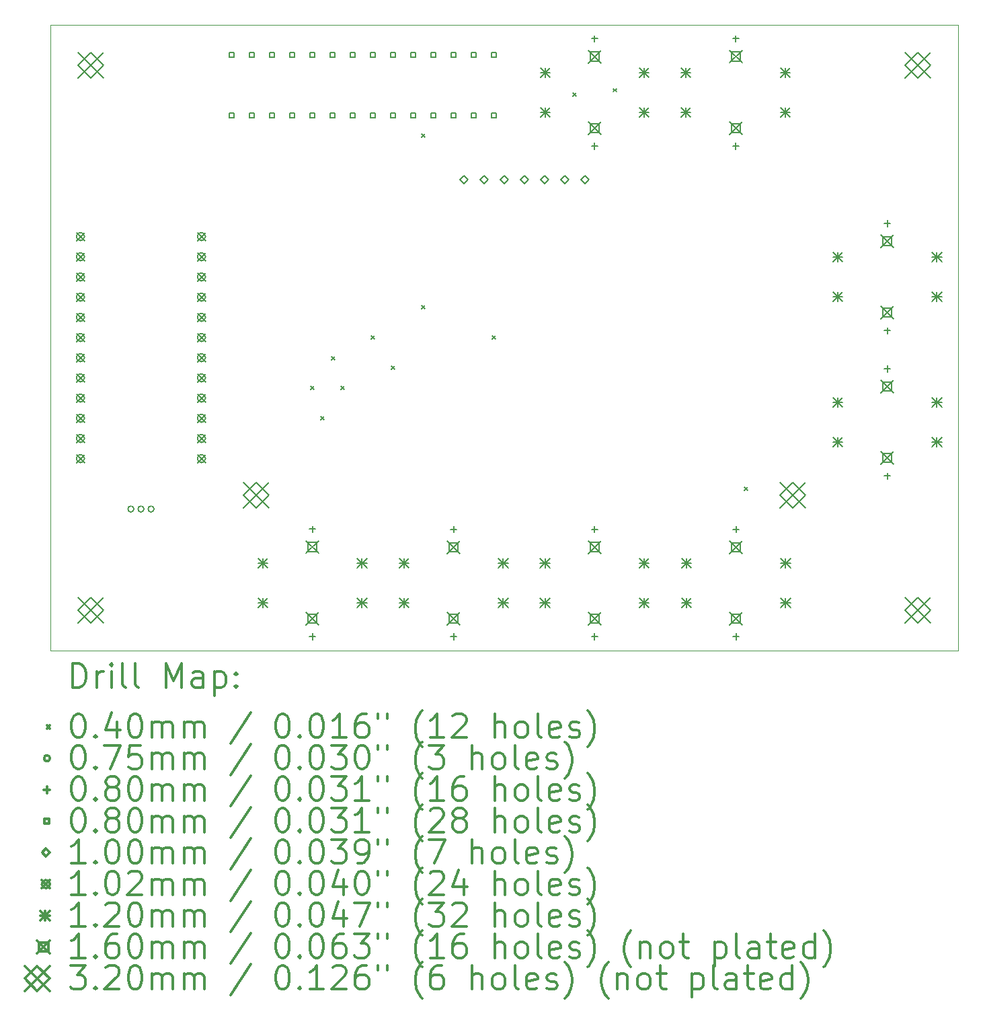
<source format=gbr>
%FSLAX45Y45*%
G04 Gerber Fmt 4.5, Leading zero omitted, Abs format (unit mm)*
G04 Created by KiCad (PCBNEW (5.1.4-0)) date 2020-05-08 12:12:15*
%MOMM*%
%LPD*%
G04 APERTURE LIST*
%ADD10C,0.050000*%
%ADD11C,0.200000*%
%ADD12C,0.300000*%
G04 APERTURE END LIST*
D10*
X23495000Y-4572000D02*
X23495000Y-12446000D01*
X12065000Y-4572000D02*
X12065000Y-12446000D01*
X23495000Y-4572000D02*
X12065000Y-4572000D01*
X23495000Y-12446000D02*
X12065000Y-12446000D01*
D11*
X15347000Y-9124000D02*
X15387000Y-9164000D01*
X15387000Y-9124000D02*
X15347000Y-9164000D01*
X15474000Y-9505000D02*
X15514000Y-9545000D01*
X15514000Y-9505000D02*
X15474000Y-9545000D01*
X15610265Y-8752265D02*
X15650265Y-8792265D01*
X15650265Y-8752265D02*
X15610265Y-8792265D01*
X15728000Y-9124000D02*
X15768000Y-9164000D01*
X15768000Y-9124000D02*
X15728000Y-9164000D01*
X16109000Y-8489000D02*
X16149000Y-8529000D01*
X16149000Y-8489000D02*
X16109000Y-8529000D01*
X16363000Y-8870000D02*
X16403000Y-8910000D01*
X16403000Y-8870000D02*
X16363000Y-8910000D01*
X16744000Y-5949000D02*
X16784000Y-5989000D01*
X16784000Y-5949000D02*
X16744000Y-5989000D01*
X16744000Y-8108000D02*
X16784000Y-8148000D01*
X16784000Y-8108000D02*
X16744000Y-8148000D01*
X17633000Y-8489000D02*
X17673000Y-8529000D01*
X17673000Y-8489000D02*
X17633000Y-8529000D01*
X18649000Y-5432000D02*
X18689000Y-5472000D01*
X18689000Y-5432000D02*
X18649000Y-5472000D01*
X19157000Y-5377500D02*
X19197000Y-5417500D01*
X19197000Y-5377500D02*
X19157000Y-5417500D01*
X20808000Y-10394000D02*
X20848000Y-10434000D01*
X20848000Y-10394000D02*
X20808000Y-10434000D01*
X13118500Y-10668000D02*
G75*
G03X13118500Y-10668000I-37500J0D01*
G01*
X13245500Y-10668000D02*
G75*
G03X13245500Y-10668000I-37500J0D01*
G01*
X13372500Y-10668000D02*
G75*
G03X13372500Y-10668000I-37500J0D01*
G01*
X17145000Y-10882884D02*
X17145000Y-10962640D01*
X17105122Y-10922762D02*
X17184878Y-10922762D01*
X17145000Y-12232640D02*
X17145000Y-12312396D01*
X17105122Y-12272518D02*
X17184878Y-12272518D01*
X18921790Y-4708942D02*
X18921790Y-4788698D01*
X18881912Y-4748820D02*
X18961668Y-4748820D01*
X18921790Y-6058698D02*
X18921790Y-6138454D01*
X18881912Y-6098576D02*
X18961668Y-6098576D01*
X20697500Y-4708144D02*
X20697500Y-4787900D01*
X20657622Y-4748022D02*
X20737378Y-4748022D01*
X20697500Y-6057900D02*
X20697500Y-6137656D01*
X20657622Y-6097778D02*
X20737378Y-6097778D01*
X18920460Y-10881614D02*
X18920460Y-10961370D01*
X18880582Y-10921492D02*
X18960338Y-10921492D01*
X18920460Y-12231370D02*
X18920460Y-12311126D01*
X18880582Y-12271248D02*
X18960338Y-12271248D01*
X15367000Y-10880344D02*
X15367000Y-10960100D01*
X15327122Y-10920222D02*
X15406878Y-10920222D01*
X22606000Y-8861044D02*
X22606000Y-8940800D01*
X22566122Y-8900922D02*
X22645878Y-8900922D01*
X22606000Y-7032244D02*
X22606000Y-7112000D01*
X22566122Y-7072122D02*
X22645878Y-7072122D01*
X22606000Y-8382000D02*
X22606000Y-8461756D01*
X22566122Y-8421878D02*
X22645878Y-8421878D01*
X22606000Y-10210800D02*
X22606000Y-10290556D01*
X22566122Y-10250678D02*
X22645878Y-10250678D01*
X15367000Y-12230100D02*
X15367000Y-12309856D01*
X15327122Y-12269978D02*
X15406878Y-12269978D01*
X20701000Y-10882884D02*
X20701000Y-10962640D01*
X20661122Y-10922762D02*
X20740878Y-10922762D01*
X20701000Y-12232640D02*
X20701000Y-12312396D01*
X20661122Y-12272518D02*
X20740878Y-12272518D01*
X14379284Y-4981285D02*
X14379284Y-4924716D01*
X14322715Y-4924716D01*
X14322715Y-4981285D01*
X14379284Y-4981285D01*
X14379284Y-5743284D02*
X14379284Y-5686715D01*
X14322715Y-5686715D01*
X14322715Y-5743284D01*
X14379284Y-5743284D01*
X14633284Y-4981285D02*
X14633284Y-4924716D01*
X14576715Y-4924716D01*
X14576715Y-4981285D01*
X14633284Y-4981285D01*
X14633284Y-5743284D02*
X14633284Y-5686715D01*
X14576715Y-5686715D01*
X14576715Y-5743284D01*
X14633284Y-5743284D01*
X14887284Y-4981285D02*
X14887284Y-4924716D01*
X14830715Y-4924716D01*
X14830715Y-4981285D01*
X14887284Y-4981285D01*
X14887284Y-5743284D02*
X14887284Y-5686715D01*
X14830715Y-5686715D01*
X14830715Y-5743284D01*
X14887284Y-5743284D01*
X15141284Y-4981285D02*
X15141284Y-4924716D01*
X15084715Y-4924716D01*
X15084715Y-4981285D01*
X15141284Y-4981285D01*
X15141284Y-5743284D02*
X15141284Y-5686715D01*
X15084715Y-5686715D01*
X15084715Y-5743284D01*
X15141284Y-5743284D01*
X15395284Y-4981285D02*
X15395284Y-4924716D01*
X15338715Y-4924716D01*
X15338715Y-4981285D01*
X15395284Y-4981285D01*
X15395284Y-5743284D02*
X15395284Y-5686715D01*
X15338715Y-5686715D01*
X15338715Y-5743284D01*
X15395284Y-5743284D01*
X15649284Y-4981285D02*
X15649284Y-4924716D01*
X15592715Y-4924716D01*
X15592715Y-4981285D01*
X15649284Y-4981285D01*
X15649284Y-5743284D02*
X15649284Y-5686715D01*
X15592715Y-5686715D01*
X15592715Y-5743284D01*
X15649284Y-5743284D01*
X15903284Y-4981285D02*
X15903284Y-4924716D01*
X15846715Y-4924716D01*
X15846715Y-4981285D01*
X15903284Y-4981285D01*
X15903284Y-5743284D02*
X15903284Y-5686715D01*
X15846715Y-5686715D01*
X15846715Y-5743284D01*
X15903284Y-5743284D01*
X16157284Y-4981285D02*
X16157284Y-4924716D01*
X16100715Y-4924716D01*
X16100715Y-4981285D01*
X16157284Y-4981285D01*
X16157284Y-5743284D02*
X16157284Y-5686715D01*
X16100715Y-5686715D01*
X16100715Y-5743284D01*
X16157284Y-5743284D01*
X16411284Y-4981285D02*
X16411284Y-4924716D01*
X16354715Y-4924716D01*
X16354715Y-4981285D01*
X16411284Y-4981285D01*
X16411284Y-5743284D02*
X16411284Y-5686715D01*
X16354715Y-5686715D01*
X16354715Y-5743284D01*
X16411284Y-5743284D01*
X16665284Y-4981285D02*
X16665284Y-4924716D01*
X16608715Y-4924716D01*
X16608715Y-4981285D01*
X16665284Y-4981285D01*
X16665284Y-5743284D02*
X16665284Y-5686715D01*
X16608715Y-5686715D01*
X16608715Y-5743284D01*
X16665284Y-5743284D01*
X16919285Y-4981285D02*
X16919285Y-4924716D01*
X16862716Y-4924716D01*
X16862716Y-4981285D01*
X16919285Y-4981285D01*
X16919285Y-5743284D02*
X16919285Y-5686715D01*
X16862716Y-5686715D01*
X16862716Y-5743284D01*
X16919285Y-5743284D01*
X17173285Y-4981285D02*
X17173285Y-4924716D01*
X17116716Y-4924716D01*
X17116716Y-4981285D01*
X17173285Y-4981285D01*
X17173285Y-5743284D02*
X17173285Y-5686715D01*
X17116716Y-5686715D01*
X17116716Y-5743284D01*
X17173285Y-5743284D01*
X17427285Y-4981285D02*
X17427285Y-4924716D01*
X17370716Y-4924716D01*
X17370716Y-4981285D01*
X17427285Y-4981285D01*
X17427285Y-5743284D02*
X17427285Y-5686715D01*
X17370716Y-5686715D01*
X17370716Y-5743284D01*
X17427285Y-5743284D01*
X17681285Y-4981285D02*
X17681285Y-4924716D01*
X17624716Y-4924716D01*
X17624716Y-4981285D01*
X17681285Y-4981285D01*
X17681285Y-5743284D02*
X17681285Y-5686715D01*
X17624716Y-5686715D01*
X17624716Y-5743284D01*
X17681285Y-5743284D01*
X17272000Y-6570000D02*
X17322000Y-6520000D01*
X17272000Y-6470000D01*
X17222000Y-6520000D01*
X17272000Y-6570000D01*
X17526000Y-6570000D02*
X17576000Y-6520000D01*
X17526000Y-6470000D01*
X17476000Y-6520000D01*
X17526000Y-6570000D01*
X17780000Y-6570000D02*
X17830000Y-6520000D01*
X17780000Y-6470000D01*
X17730000Y-6520000D01*
X17780000Y-6570000D01*
X18034000Y-6570000D02*
X18084000Y-6520000D01*
X18034000Y-6470000D01*
X17984000Y-6520000D01*
X18034000Y-6570000D01*
X18288000Y-6570000D02*
X18338000Y-6520000D01*
X18288000Y-6470000D01*
X18238000Y-6520000D01*
X18288000Y-6570000D01*
X18542000Y-6570000D02*
X18592000Y-6520000D01*
X18542000Y-6470000D01*
X18492000Y-6520000D01*
X18542000Y-6570000D01*
X18796000Y-6570000D02*
X18846000Y-6520000D01*
X18796000Y-6470000D01*
X18746000Y-6520000D01*
X18796000Y-6570000D01*
X12395200Y-7188200D02*
X12496800Y-7289800D01*
X12496800Y-7188200D02*
X12395200Y-7289800D01*
X12496800Y-7239000D02*
G75*
G03X12496800Y-7239000I-50800J0D01*
G01*
X12395200Y-7442200D02*
X12496800Y-7543800D01*
X12496800Y-7442200D02*
X12395200Y-7543800D01*
X12496800Y-7493000D02*
G75*
G03X12496800Y-7493000I-50800J0D01*
G01*
X12395200Y-7696200D02*
X12496800Y-7797800D01*
X12496800Y-7696200D02*
X12395200Y-7797800D01*
X12496800Y-7747000D02*
G75*
G03X12496800Y-7747000I-50800J0D01*
G01*
X12395200Y-7950200D02*
X12496800Y-8051800D01*
X12496800Y-7950200D02*
X12395200Y-8051800D01*
X12496800Y-8001000D02*
G75*
G03X12496800Y-8001000I-50800J0D01*
G01*
X12395200Y-8204200D02*
X12496800Y-8305800D01*
X12496800Y-8204200D02*
X12395200Y-8305800D01*
X12496800Y-8255000D02*
G75*
G03X12496800Y-8255000I-50800J0D01*
G01*
X12395200Y-8458200D02*
X12496800Y-8559800D01*
X12496800Y-8458200D02*
X12395200Y-8559800D01*
X12496800Y-8509000D02*
G75*
G03X12496800Y-8509000I-50800J0D01*
G01*
X12395200Y-8712200D02*
X12496800Y-8813800D01*
X12496800Y-8712200D02*
X12395200Y-8813800D01*
X12496800Y-8763000D02*
G75*
G03X12496800Y-8763000I-50800J0D01*
G01*
X12395200Y-8966200D02*
X12496800Y-9067800D01*
X12496800Y-8966200D02*
X12395200Y-9067800D01*
X12496800Y-9017000D02*
G75*
G03X12496800Y-9017000I-50800J0D01*
G01*
X12395200Y-9220200D02*
X12496800Y-9321800D01*
X12496800Y-9220200D02*
X12395200Y-9321800D01*
X12496800Y-9271000D02*
G75*
G03X12496800Y-9271000I-50800J0D01*
G01*
X12395200Y-9474200D02*
X12496800Y-9575800D01*
X12496800Y-9474200D02*
X12395200Y-9575800D01*
X12496800Y-9525000D02*
G75*
G03X12496800Y-9525000I-50800J0D01*
G01*
X12395200Y-9728200D02*
X12496800Y-9829800D01*
X12496800Y-9728200D02*
X12395200Y-9829800D01*
X12496800Y-9779000D02*
G75*
G03X12496800Y-9779000I-50800J0D01*
G01*
X12395200Y-9982200D02*
X12496800Y-10083800D01*
X12496800Y-9982200D02*
X12395200Y-10083800D01*
X12496800Y-10033000D02*
G75*
G03X12496800Y-10033000I-50800J0D01*
G01*
X13919200Y-7188200D02*
X14020800Y-7289800D01*
X14020800Y-7188200D02*
X13919200Y-7289800D01*
X14020800Y-7239000D02*
G75*
G03X14020800Y-7239000I-50800J0D01*
G01*
X13919200Y-7442200D02*
X14020800Y-7543800D01*
X14020800Y-7442200D02*
X13919200Y-7543800D01*
X14020800Y-7493000D02*
G75*
G03X14020800Y-7493000I-50800J0D01*
G01*
X13919200Y-7696200D02*
X14020800Y-7797800D01*
X14020800Y-7696200D02*
X13919200Y-7797800D01*
X14020800Y-7747000D02*
G75*
G03X14020800Y-7747000I-50800J0D01*
G01*
X13919200Y-7950200D02*
X14020800Y-8051800D01*
X14020800Y-7950200D02*
X13919200Y-8051800D01*
X14020800Y-8001000D02*
G75*
G03X14020800Y-8001000I-50800J0D01*
G01*
X13919200Y-8204200D02*
X14020800Y-8305800D01*
X14020800Y-8204200D02*
X13919200Y-8305800D01*
X14020800Y-8255000D02*
G75*
G03X14020800Y-8255000I-50800J0D01*
G01*
X13919200Y-8458200D02*
X14020800Y-8559800D01*
X14020800Y-8458200D02*
X13919200Y-8559800D01*
X14020800Y-8509000D02*
G75*
G03X14020800Y-8509000I-50800J0D01*
G01*
X13919200Y-8712200D02*
X14020800Y-8813800D01*
X14020800Y-8712200D02*
X13919200Y-8813800D01*
X14020800Y-8763000D02*
G75*
G03X14020800Y-8763000I-50800J0D01*
G01*
X13919200Y-8966200D02*
X14020800Y-9067800D01*
X14020800Y-8966200D02*
X13919200Y-9067800D01*
X14020800Y-9017000D02*
G75*
G03X14020800Y-9017000I-50800J0D01*
G01*
X13919200Y-9220200D02*
X14020800Y-9321800D01*
X14020800Y-9220200D02*
X13919200Y-9321800D01*
X14020800Y-9271000D02*
G75*
G03X14020800Y-9271000I-50800J0D01*
G01*
X13919200Y-9474200D02*
X14020800Y-9575800D01*
X14020800Y-9474200D02*
X13919200Y-9575800D01*
X14020800Y-9525000D02*
G75*
G03X14020800Y-9525000I-50800J0D01*
G01*
X13919200Y-9728200D02*
X14020800Y-9829800D01*
X14020800Y-9728200D02*
X13919200Y-9829800D01*
X14020800Y-9779000D02*
G75*
G03X14020800Y-9779000I-50800J0D01*
G01*
X13919200Y-9982200D02*
X14020800Y-10083800D01*
X14020800Y-9982200D02*
X13919200Y-10083800D01*
X14020800Y-10033000D02*
G75*
G03X14020800Y-10033000I-50800J0D01*
G01*
X18237006Y-5613690D02*
X18356894Y-5733578D01*
X18356894Y-5613690D02*
X18237006Y-5733578D01*
X18296950Y-5613690D02*
X18296950Y-5733578D01*
X18237006Y-5673634D02*
X18356894Y-5673634D01*
X19486686Y-5613690D02*
X19606574Y-5733578D01*
X19606574Y-5613690D02*
X19486686Y-5733578D01*
X19546630Y-5613690D02*
X19546630Y-5733578D01*
X19486686Y-5673634D02*
X19606574Y-5673634D01*
X16460216Y-11287760D02*
X16580104Y-11407648D01*
X16580104Y-11287760D02*
X16460216Y-11407648D01*
X16520160Y-11287760D02*
X16520160Y-11407648D01*
X16460216Y-11347704D02*
X16580104Y-11347704D01*
X16460216Y-11787632D02*
X16580104Y-11907520D01*
X16580104Y-11787632D02*
X16460216Y-11907520D01*
X16520160Y-11787632D02*
X16520160Y-11907520D01*
X16460216Y-11847576D02*
X16580104Y-11847576D01*
X17709896Y-11287760D02*
X17829784Y-11407648D01*
X17829784Y-11287760D02*
X17709896Y-11407648D01*
X17769840Y-11287760D02*
X17769840Y-11407648D01*
X17709896Y-11347704D02*
X17829784Y-11347704D01*
X17709896Y-11787632D02*
X17829784Y-11907520D01*
X17829784Y-11787632D02*
X17709896Y-11907520D01*
X17769840Y-11787632D02*
X17769840Y-11907520D01*
X17709896Y-11847576D02*
X17829784Y-11847576D01*
X18237006Y-5113818D02*
X18356894Y-5233706D01*
X18356894Y-5113818D02*
X18237006Y-5233706D01*
X18296950Y-5113818D02*
X18296950Y-5233706D01*
X18237006Y-5173762D02*
X18356894Y-5173762D01*
X19486686Y-5113818D02*
X19606574Y-5233706D01*
X19606574Y-5113818D02*
X19486686Y-5233706D01*
X19546630Y-5113818D02*
X19546630Y-5233706D01*
X19486686Y-5173762D02*
X19606574Y-5173762D01*
X21921216Y-7437120D02*
X22041104Y-7557008D01*
X22041104Y-7437120D02*
X21921216Y-7557008D01*
X21981160Y-7437120D02*
X21981160Y-7557008D01*
X21921216Y-7497064D02*
X22041104Y-7497064D01*
X21921216Y-7936992D02*
X22041104Y-8056880D01*
X22041104Y-7936992D02*
X21921216Y-8056880D01*
X21981160Y-7936992D02*
X21981160Y-8056880D01*
X21921216Y-7996936D02*
X22041104Y-7996936D01*
X23170896Y-7437120D02*
X23290784Y-7557008D01*
X23290784Y-7437120D02*
X23170896Y-7557008D01*
X23230840Y-7437120D02*
X23230840Y-7557008D01*
X23170896Y-7497064D02*
X23290784Y-7497064D01*
X23170896Y-7936992D02*
X23290784Y-8056880D01*
X23290784Y-7936992D02*
X23170896Y-8056880D01*
X23230840Y-7936992D02*
X23230840Y-8056880D01*
X23170896Y-7996936D02*
X23290784Y-7996936D01*
X20012716Y-5113020D02*
X20132604Y-5232908D01*
X20132604Y-5113020D02*
X20012716Y-5232908D01*
X20072660Y-5113020D02*
X20072660Y-5232908D01*
X20012716Y-5172964D02*
X20132604Y-5172964D01*
X20012716Y-5612892D02*
X20132604Y-5732780D01*
X20132604Y-5612892D02*
X20012716Y-5732780D01*
X20072660Y-5612892D02*
X20072660Y-5732780D01*
X20012716Y-5672836D02*
X20132604Y-5672836D01*
X21262396Y-5113020D02*
X21382284Y-5232908D01*
X21382284Y-5113020D02*
X21262396Y-5232908D01*
X21322340Y-5113020D02*
X21322340Y-5232908D01*
X21262396Y-5172964D02*
X21382284Y-5172964D01*
X21262396Y-5612892D02*
X21382284Y-5732780D01*
X21382284Y-5612892D02*
X21262396Y-5732780D01*
X21322340Y-5612892D02*
X21322340Y-5732780D01*
X21262396Y-5672836D02*
X21382284Y-5672836D01*
X18235676Y-11286490D02*
X18355564Y-11406378D01*
X18355564Y-11286490D02*
X18235676Y-11406378D01*
X18295620Y-11286490D02*
X18295620Y-11406378D01*
X18235676Y-11346434D02*
X18355564Y-11346434D01*
X18235676Y-11786362D02*
X18355564Y-11906250D01*
X18355564Y-11786362D02*
X18235676Y-11906250D01*
X18295620Y-11786362D02*
X18295620Y-11906250D01*
X18235676Y-11846306D02*
X18355564Y-11846306D01*
X19485356Y-11286490D02*
X19605244Y-11406378D01*
X19605244Y-11286490D02*
X19485356Y-11406378D01*
X19545300Y-11286490D02*
X19545300Y-11406378D01*
X19485356Y-11346434D02*
X19605244Y-11346434D01*
X19485356Y-11786362D02*
X19605244Y-11906250D01*
X19605244Y-11786362D02*
X19485356Y-11906250D01*
X19545300Y-11786362D02*
X19545300Y-11906250D01*
X19485356Y-11846306D02*
X19605244Y-11846306D01*
X21921216Y-9265920D02*
X22041104Y-9385808D01*
X22041104Y-9265920D02*
X21921216Y-9385808D01*
X21981160Y-9265920D02*
X21981160Y-9385808D01*
X21921216Y-9325864D02*
X22041104Y-9325864D01*
X21921216Y-9765792D02*
X22041104Y-9885680D01*
X22041104Y-9765792D02*
X21921216Y-9885680D01*
X21981160Y-9765792D02*
X21981160Y-9885680D01*
X21921216Y-9825736D02*
X22041104Y-9825736D01*
X23170896Y-9265920D02*
X23290784Y-9385808D01*
X23290784Y-9265920D02*
X23170896Y-9385808D01*
X23230840Y-9265920D02*
X23230840Y-9385808D01*
X23170896Y-9325864D02*
X23290784Y-9325864D01*
X23170896Y-9765792D02*
X23290784Y-9885680D01*
X23290784Y-9765792D02*
X23170896Y-9885680D01*
X23230840Y-9765792D02*
X23230840Y-9885680D01*
X23170896Y-9825736D02*
X23290784Y-9825736D01*
X14682216Y-11285220D02*
X14802104Y-11405108D01*
X14802104Y-11285220D02*
X14682216Y-11405108D01*
X14742160Y-11285220D02*
X14742160Y-11405108D01*
X14682216Y-11345164D02*
X14802104Y-11345164D01*
X14682216Y-11785092D02*
X14802104Y-11904980D01*
X14802104Y-11785092D02*
X14682216Y-11904980D01*
X14742160Y-11785092D02*
X14742160Y-11904980D01*
X14682216Y-11845036D02*
X14802104Y-11845036D01*
X15931896Y-11285220D02*
X16051784Y-11405108D01*
X16051784Y-11285220D02*
X15931896Y-11405108D01*
X15991840Y-11285220D02*
X15991840Y-11405108D01*
X15931896Y-11345164D02*
X16051784Y-11345164D01*
X15931896Y-11785092D02*
X16051784Y-11904980D01*
X16051784Y-11785092D02*
X15931896Y-11904980D01*
X15991840Y-11785092D02*
X15991840Y-11904980D01*
X15931896Y-11845036D02*
X16051784Y-11845036D01*
X20016216Y-11287760D02*
X20136104Y-11407648D01*
X20136104Y-11287760D02*
X20016216Y-11407648D01*
X20076160Y-11287760D02*
X20076160Y-11407648D01*
X20016216Y-11347704D02*
X20136104Y-11347704D01*
X20016216Y-11787632D02*
X20136104Y-11907520D01*
X20136104Y-11787632D02*
X20016216Y-11907520D01*
X20076160Y-11787632D02*
X20076160Y-11907520D01*
X20016216Y-11847576D02*
X20136104Y-11847576D01*
X21265896Y-11287760D02*
X21385784Y-11407648D01*
X21385784Y-11287760D02*
X21265896Y-11407648D01*
X21325840Y-11287760D02*
X21325840Y-11407648D01*
X21265896Y-11347704D02*
X21385784Y-11347704D01*
X21265896Y-11787632D02*
X21385784Y-11907520D01*
X21385784Y-11787632D02*
X21265896Y-11907520D01*
X21325840Y-11787632D02*
X21325840Y-11907520D01*
X21265896Y-11847576D02*
X21385784Y-11847576D01*
X18841907Y-4893981D02*
X19001673Y-5053747D01*
X19001673Y-4893981D02*
X18841907Y-5053747D01*
X18978276Y-5030350D02*
X18978276Y-4917378D01*
X18865304Y-4917378D01*
X18865304Y-5030350D01*
X18978276Y-5030350D01*
X18841907Y-5793649D02*
X19001673Y-5953415D01*
X19001673Y-5793649D02*
X18841907Y-5953415D01*
X18978276Y-5930018D02*
X18978276Y-5817046D01*
X18865304Y-5817046D01*
X18865304Y-5930018D01*
X18978276Y-5930018D01*
X17065117Y-11067923D02*
X17224883Y-11227689D01*
X17224883Y-11067923D02*
X17065117Y-11227689D01*
X17201486Y-11204292D02*
X17201486Y-11091320D01*
X17088514Y-11091320D01*
X17088514Y-11204292D01*
X17201486Y-11204292D01*
X17065117Y-11967591D02*
X17224883Y-12127357D01*
X17224883Y-11967591D02*
X17065117Y-12127357D01*
X17201486Y-12103960D02*
X17201486Y-11990988D01*
X17088514Y-11990988D01*
X17088514Y-12103960D01*
X17201486Y-12103960D01*
X20617617Y-4893183D02*
X20777383Y-5052949D01*
X20777383Y-4893183D02*
X20617617Y-5052949D01*
X20753986Y-5029552D02*
X20753986Y-4916580D01*
X20641014Y-4916580D01*
X20641014Y-5029552D01*
X20753986Y-5029552D01*
X20617617Y-5792851D02*
X20777383Y-5952617D01*
X20777383Y-5792851D02*
X20617617Y-5952617D01*
X20753986Y-5929220D02*
X20753986Y-5816248D01*
X20641014Y-5816248D01*
X20641014Y-5929220D01*
X20753986Y-5929220D01*
X18840577Y-11066653D02*
X19000343Y-11226419D01*
X19000343Y-11066653D02*
X18840577Y-11226419D01*
X18976946Y-11203022D02*
X18976946Y-11090050D01*
X18863974Y-11090050D01*
X18863974Y-11203022D01*
X18976946Y-11203022D01*
X18840577Y-11966321D02*
X19000343Y-12126087D01*
X19000343Y-11966321D02*
X18840577Y-12126087D01*
X18976946Y-12102690D02*
X18976946Y-11989718D01*
X18863974Y-11989718D01*
X18863974Y-12102690D01*
X18976946Y-12102690D01*
X15287117Y-11065383D02*
X15446883Y-11225149D01*
X15446883Y-11065383D02*
X15287117Y-11225149D01*
X15423486Y-11201752D02*
X15423486Y-11088780D01*
X15310514Y-11088780D01*
X15310514Y-11201752D01*
X15423486Y-11201752D01*
X15287117Y-11965051D02*
X15446883Y-12124817D01*
X15446883Y-11965051D02*
X15287117Y-12124817D01*
X15423486Y-12101420D02*
X15423486Y-11988448D01*
X15310514Y-11988448D01*
X15310514Y-12101420D01*
X15423486Y-12101420D01*
X22526117Y-9046083D02*
X22685883Y-9205849D01*
X22685883Y-9046083D02*
X22526117Y-9205849D01*
X22662486Y-9182452D02*
X22662486Y-9069480D01*
X22549514Y-9069480D01*
X22549514Y-9182452D01*
X22662486Y-9182452D01*
X22526117Y-9945751D02*
X22685883Y-10105517D01*
X22685883Y-9945751D02*
X22526117Y-10105517D01*
X22662486Y-10082120D02*
X22662486Y-9969148D01*
X22549514Y-9969148D01*
X22549514Y-10082120D01*
X22662486Y-10082120D01*
X20621117Y-11067923D02*
X20780883Y-11227689D01*
X20780883Y-11067923D02*
X20621117Y-11227689D01*
X20757486Y-11204292D02*
X20757486Y-11091320D01*
X20644514Y-11091320D01*
X20644514Y-11204292D01*
X20757486Y-11204292D01*
X20621117Y-11967591D02*
X20780883Y-12127357D01*
X20780883Y-11967591D02*
X20621117Y-12127357D01*
X20757486Y-12103960D02*
X20757486Y-11990988D01*
X20644514Y-11990988D01*
X20644514Y-12103960D01*
X20757486Y-12103960D01*
X22526117Y-7217283D02*
X22685883Y-7377049D01*
X22685883Y-7217283D02*
X22526117Y-7377049D01*
X22662486Y-7353652D02*
X22662486Y-7240680D01*
X22549514Y-7240680D01*
X22549514Y-7353652D01*
X22662486Y-7353652D01*
X22526117Y-8116951D02*
X22685883Y-8276717D01*
X22685883Y-8116951D02*
X22526117Y-8276717D01*
X22662486Y-8253320D02*
X22662486Y-8140348D01*
X22549514Y-8140348D01*
X22549514Y-8253320D01*
X22662486Y-8253320D01*
X22827000Y-4920000D02*
X23147000Y-5240000D01*
X23147000Y-4920000D02*
X22827000Y-5240000D01*
X22987000Y-5240000D02*
X23147000Y-5080000D01*
X22987000Y-4920000D01*
X22827000Y-5080000D01*
X22987000Y-5240000D01*
X14495800Y-10330200D02*
X14815800Y-10650200D01*
X14815800Y-10330200D02*
X14495800Y-10650200D01*
X14655800Y-10650200D02*
X14815800Y-10490200D01*
X14655800Y-10330200D01*
X14495800Y-10490200D01*
X14655800Y-10650200D01*
X12413000Y-11778000D02*
X12733000Y-12098000D01*
X12733000Y-11778000D02*
X12413000Y-12098000D01*
X12573000Y-12098000D02*
X12733000Y-11938000D01*
X12573000Y-11778000D01*
X12413000Y-11938000D01*
X12573000Y-12098000D01*
X21252200Y-10330200D02*
X21572200Y-10650200D01*
X21572200Y-10330200D02*
X21252200Y-10650200D01*
X21412200Y-10650200D02*
X21572200Y-10490200D01*
X21412200Y-10330200D01*
X21252200Y-10490200D01*
X21412200Y-10650200D01*
X12413000Y-4920000D02*
X12733000Y-5240000D01*
X12733000Y-4920000D02*
X12413000Y-5240000D01*
X12573000Y-5240000D02*
X12733000Y-5080000D01*
X12573000Y-4920000D01*
X12413000Y-5080000D01*
X12573000Y-5240000D01*
X22827000Y-11778000D02*
X23147000Y-12098000D01*
X23147000Y-11778000D02*
X22827000Y-12098000D01*
X22987000Y-12098000D02*
X23147000Y-11938000D01*
X22987000Y-11778000D01*
X22827000Y-11938000D01*
X22987000Y-12098000D01*
D12*
X12348928Y-12914214D02*
X12348928Y-12614214D01*
X12420357Y-12614214D01*
X12463214Y-12628500D01*
X12491786Y-12657071D01*
X12506071Y-12685643D01*
X12520357Y-12742786D01*
X12520357Y-12785643D01*
X12506071Y-12842786D01*
X12491786Y-12871357D01*
X12463214Y-12899929D01*
X12420357Y-12914214D01*
X12348928Y-12914214D01*
X12648928Y-12914214D02*
X12648928Y-12714214D01*
X12648928Y-12771357D02*
X12663214Y-12742786D01*
X12677500Y-12728500D01*
X12706071Y-12714214D01*
X12734643Y-12714214D01*
X12834643Y-12914214D02*
X12834643Y-12714214D01*
X12834643Y-12614214D02*
X12820357Y-12628500D01*
X12834643Y-12642786D01*
X12848928Y-12628500D01*
X12834643Y-12614214D01*
X12834643Y-12642786D01*
X13020357Y-12914214D02*
X12991786Y-12899929D01*
X12977500Y-12871357D01*
X12977500Y-12614214D01*
X13177500Y-12914214D02*
X13148928Y-12899929D01*
X13134643Y-12871357D01*
X13134643Y-12614214D01*
X13520357Y-12914214D02*
X13520357Y-12614214D01*
X13620357Y-12828500D01*
X13720357Y-12614214D01*
X13720357Y-12914214D01*
X13991786Y-12914214D02*
X13991786Y-12757071D01*
X13977500Y-12728500D01*
X13948928Y-12714214D01*
X13891786Y-12714214D01*
X13863214Y-12728500D01*
X13991786Y-12899929D02*
X13963214Y-12914214D01*
X13891786Y-12914214D01*
X13863214Y-12899929D01*
X13848928Y-12871357D01*
X13848928Y-12842786D01*
X13863214Y-12814214D01*
X13891786Y-12799929D01*
X13963214Y-12799929D01*
X13991786Y-12785643D01*
X14134643Y-12714214D02*
X14134643Y-13014214D01*
X14134643Y-12728500D02*
X14163214Y-12714214D01*
X14220357Y-12714214D01*
X14248928Y-12728500D01*
X14263214Y-12742786D01*
X14277500Y-12771357D01*
X14277500Y-12857071D01*
X14263214Y-12885643D01*
X14248928Y-12899929D01*
X14220357Y-12914214D01*
X14163214Y-12914214D01*
X14134643Y-12899929D01*
X14406071Y-12885643D02*
X14420357Y-12899929D01*
X14406071Y-12914214D01*
X14391786Y-12899929D01*
X14406071Y-12885643D01*
X14406071Y-12914214D01*
X14406071Y-12728500D02*
X14420357Y-12742786D01*
X14406071Y-12757071D01*
X14391786Y-12742786D01*
X14406071Y-12728500D01*
X14406071Y-12757071D01*
X12022500Y-13388500D02*
X12062500Y-13428500D01*
X12062500Y-13388500D02*
X12022500Y-13428500D01*
X12406071Y-13244214D02*
X12434643Y-13244214D01*
X12463214Y-13258500D01*
X12477500Y-13272786D01*
X12491786Y-13301357D01*
X12506071Y-13358500D01*
X12506071Y-13429929D01*
X12491786Y-13487071D01*
X12477500Y-13515643D01*
X12463214Y-13529929D01*
X12434643Y-13544214D01*
X12406071Y-13544214D01*
X12377500Y-13529929D01*
X12363214Y-13515643D01*
X12348928Y-13487071D01*
X12334643Y-13429929D01*
X12334643Y-13358500D01*
X12348928Y-13301357D01*
X12363214Y-13272786D01*
X12377500Y-13258500D01*
X12406071Y-13244214D01*
X12634643Y-13515643D02*
X12648928Y-13529929D01*
X12634643Y-13544214D01*
X12620357Y-13529929D01*
X12634643Y-13515643D01*
X12634643Y-13544214D01*
X12906071Y-13344214D02*
X12906071Y-13544214D01*
X12834643Y-13229929D02*
X12763214Y-13444214D01*
X12948928Y-13444214D01*
X13120357Y-13244214D02*
X13148928Y-13244214D01*
X13177500Y-13258500D01*
X13191786Y-13272786D01*
X13206071Y-13301357D01*
X13220357Y-13358500D01*
X13220357Y-13429929D01*
X13206071Y-13487071D01*
X13191786Y-13515643D01*
X13177500Y-13529929D01*
X13148928Y-13544214D01*
X13120357Y-13544214D01*
X13091786Y-13529929D01*
X13077500Y-13515643D01*
X13063214Y-13487071D01*
X13048928Y-13429929D01*
X13048928Y-13358500D01*
X13063214Y-13301357D01*
X13077500Y-13272786D01*
X13091786Y-13258500D01*
X13120357Y-13244214D01*
X13348928Y-13544214D02*
X13348928Y-13344214D01*
X13348928Y-13372786D02*
X13363214Y-13358500D01*
X13391786Y-13344214D01*
X13434643Y-13344214D01*
X13463214Y-13358500D01*
X13477500Y-13387071D01*
X13477500Y-13544214D01*
X13477500Y-13387071D02*
X13491786Y-13358500D01*
X13520357Y-13344214D01*
X13563214Y-13344214D01*
X13591786Y-13358500D01*
X13606071Y-13387071D01*
X13606071Y-13544214D01*
X13748928Y-13544214D02*
X13748928Y-13344214D01*
X13748928Y-13372786D02*
X13763214Y-13358500D01*
X13791786Y-13344214D01*
X13834643Y-13344214D01*
X13863214Y-13358500D01*
X13877500Y-13387071D01*
X13877500Y-13544214D01*
X13877500Y-13387071D02*
X13891786Y-13358500D01*
X13920357Y-13344214D01*
X13963214Y-13344214D01*
X13991786Y-13358500D01*
X14006071Y-13387071D01*
X14006071Y-13544214D01*
X14591786Y-13229929D02*
X14334643Y-13615643D01*
X14977500Y-13244214D02*
X15006071Y-13244214D01*
X15034643Y-13258500D01*
X15048928Y-13272786D01*
X15063214Y-13301357D01*
X15077500Y-13358500D01*
X15077500Y-13429929D01*
X15063214Y-13487071D01*
X15048928Y-13515643D01*
X15034643Y-13529929D01*
X15006071Y-13544214D01*
X14977500Y-13544214D01*
X14948928Y-13529929D01*
X14934643Y-13515643D01*
X14920357Y-13487071D01*
X14906071Y-13429929D01*
X14906071Y-13358500D01*
X14920357Y-13301357D01*
X14934643Y-13272786D01*
X14948928Y-13258500D01*
X14977500Y-13244214D01*
X15206071Y-13515643D02*
X15220357Y-13529929D01*
X15206071Y-13544214D01*
X15191786Y-13529929D01*
X15206071Y-13515643D01*
X15206071Y-13544214D01*
X15406071Y-13244214D02*
X15434643Y-13244214D01*
X15463214Y-13258500D01*
X15477500Y-13272786D01*
X15491786Y-13301357D01*
X15506071Y-13358500D01*
X15506071Y-13429929D01*
X15491786Y-13487071D01*
X15477500Y-13515643D01*
X15463214Y-13529929D01*
X15434643Y-13544214D01*
X15406071Y-13544214D01*
X15377500Y-13529929D01*
X15363214Y-13515643D01*
X15348928Y-13487071D01*
X15334643Y-13429929D01*
X15334643Y-13358500D01*
X15348928Y-13301357D01*
X15363214Y-13272786D01*
X15377500Y-13258500D01*
X15406071Y-13244214D01*
X15791786Y-13544214D02*
X15620357Y-13544214D01*
X15706071Y-13544214D02*
X15706071Y-13244214D01*
X15677500Y-13287071D01*
X15648928Y-13315643D01*
X15620357Y-13329929D01*
X16048928Y-13244214D02*
X15991786Y-13244214D01*
X15963214Y-13258500D01*
X15948928Y-13272786D01*
X15920357Y-13315643D01*
X15906071Y-13372786D01*
X15906071Y-13487071D01*
X15920357Y-13515643D01*
X15934643Y-13529929D01*
X15963214Y-13544214D01*
X16020357Y-13544214D01*
X16048928Y-13529929D01*
X16063214Y-13515643D01*
X16077500Y-13487071D01*
X16077500Y-13415643D01*
X16063214Y-13387071D01*
X16048928Y-13372786D01*
X16020357Y-13358500D01*
X15963214Y-13358500D01*
X15934643Y-13372786D01*
X15920357Y-13387071D01*
X15906071Y-13415643D01*
X16191786Y-13244214D02*
X16191786Y-13301357D01*
X16306071Y-13244214D02*
X16306071Y-13301357D01*
X16748928Y-13658500D02*
X16734643Y-13644214D01*
X16706071Y-13601357D01*
X16691786Y-13572786D01*
X16677500Y-13529929D01*
X16663214Y-13458500D01*
X16663214Y-13401357D01*
X16677500Y-13329929D01*
X16691786Y-13287071D01*
X16706071Y-13258500D01*
X16734643Y-13215643D01*
X16748928Y-13201357D01*
X17020357Y-13544214D02*
X16848928Y-13544214D01*
X16934643Y-13544214D02*
X16934643Y-13244214D01*
X16906071Y-13287071D01*
X16877500Y-13315643D01*
X16848928Y-13329929D01*
X17134643Y-13272786D02*
X17148928Y-13258500D01*
X17177500Y-13244214D01*
X17248928Y-13244214D01*
X17277500Y-13258500D01*
X17291786Y-13272786D01*
X17306071Y-13301357D01*
X17306071Y-13329929D01*
X17291786Y-13372786D01*
X17120357Y-13544214D01*
X17306071Y-13544214D01*
X17663214Y-13544214D02*
X17663214Y-13244214D01*
X17791786Y-13544214D02*
X17791786Y-13387071D01*
X17777500Y-13358500D01*
X17748928Y-13344214D01*
X17706071Y-13344214D01*
X17677500Y-13358500D01*
X17663214Y-13372786D01*
X17977500Y-13544214D02*
X17948928Y-13529929D01*
X17934643Y-13515643D01*
X17920357Y-13487071D01*
X17920357Y-13401357D01*
X17934643Y-13372786D01*
X17948928Y-13358500D01*
X17977500Y-13344214D01*
X18020357Y-13344214D01*
X18048928Y-13358500D01*
X18063214Y-13372786D01*
X18077500Y-13401357D01*
X18077500Y-13487071D01*
X18063214Y-13515643D01*
X18048928Y-13529929D01*
X18020357Y-13544214D01*
X17977500Y-13544214D01*
X18248928Y-13544214D02*
X18220357Y-13529929D01*
X18206071Y-13501357D01*
X18206071Y-13244214D01*
X18477500Y-13529929D02*
X18448928Y-13544214D01*
X18391786Y-13544214D01*
X18363214Y-13529929D01*
X18348928Y-13501357D01*
X18348928Y-13387071D01*
X18363214Y-13358500D01*
X18391786Y-13344214D01*
X18448928Y-13344214D01*
X18477500Y-13358500D01*
X18491786Y-13387071D01*
X18491786Y-13415643D01*
X18348928Y-13444214D01*
X18606071Y-13529929D02*
X18634643Y-13544214D01*
X18691786Y-13544214D01*
X18720357Y-13529929D01*
X18734643Y-13501357D01*
X18734643Y-13487071D01*
X18720357Y-13458500D01*
X18691786Y-13444214D01*
X18648928Y-13444214D01*
X18620357Y-13429929D01*
X18606071Y-13401357D01*
X18606071Y-13387071D01*
X18620357Y-13358500D01*
X18648928Y-13344214D01*
X18691786Y-13344214D01*
X18720357Y-13358500D01*
X18834643Y-13658500D02*
X18848928Y-13644214D01*
X18877500Y-13601357D01*
X18891786Y-13572786D01*
X18906071Y-13529929D01*
X18920357Y-13458500D01*
X18920357Y-13401357D01*
X18906071Y-13329929D01*
X18891786Y-13287071D01*
X18877500Y-13258500D01*
X18848928Y-13215643D01*
X18834643Y-13201357D01*
X12062500Y-13804500D02*
G75*
G03X12062500Y-13804500I-37500J0D01*
G01*
X12406071Y-13640214D02*
X12434643Y-13640214D01*
X12463214Y-13654500D01*
X12477500Y-13668786D01*
X12491786Y-13697357D01*
X12506071Y-13754500D01*
X12506071Y-13825929D01*
X12491786Y-13883071D01*
X12477500Y-13911643D01*
X12463214Y-13925929D01*
X12434643Y-13940214D01*
X12406071Y-13940214D01*
X12377500Y-13925929D01*
X12363214Y-13911643D01*
X12348928Y-13883071D01*
X12334643Y-13825929D01*
X12334643Y-13754500D01*
X12348928Y-13697357D01*
X12363214Y-13668786D01*
X12377500Y-13654500D01*
X12406071Y-13640214D01*
X12634643Y-13911643D02*
X12648928Y-13925929D01*
X12634643Y-13940214D01*
X12620357Y-13925929D01*
X12634643Y-13911643D01*
X12634643Y-13940214D01*
X12748928Y-13640214D02*
X12948928Y-13640214D01*
X12820357Y-13940214D01*
X13206071Y-13640214D02*
X13063214Y-13640214D01*
X13048928Y-13783071D01*
X13063214Y-13768786D01*
X13091786Y-13754500D01*
X13163214Y-13754500D01*
X13191786Y-13768786D01*
X13206071Y-13783071D01*
X13220357Y-13811643D01*
X13220357Y-13883071D01*
X13206071Y-13911643D01*
X13191786Y-13925929D01*
X13163214Y-13940214D01*
X13091786Y-13940214D01*
X13063214Y-13925929D01*
X13048928Y-13911643D01*
X13348928Y-13940214D02*
X13348928Y-13740214D01*
X13348928Y-13768786D02*
X13363214Y-13754500D01*
X13391786Y-13740214D01*
X13434643Y-13740214D01*
X13463214Y-13754500D01*
X13477500Y-13783071D01*
X13477500Y-13940214D01*
X13477500Y-13783071D02*
X13491786Y-13754500D01*
X13520357Y-13740214D01*
X13563214Y-13740214D01*
X13591786Y-13754500D01*
X13606071Y-13783071D01*
X13606071Y-13940214D01*
X13748928Y-13940214D02*
X13748928Y-13740214D01*
X13748928Y-13768786D02*
X13763214Y-13754500D01*
X13791786Y-13740214D01*
X13834643Y-13740214D01*
X13863214Y-13754500D01*
X13877500Y-13783071D01*
X13877500Y-13940214D01*
X13877500Y-13783071D02*
X13891786Y-13754500D01*
X13920357Y-13740214D01*
X13963214Y-13740214D01*
X13991786Y-13754500D01*
X14006071Y-13783071D01*
X14006071Y-13940214D01*
X14591786Y-13625929D02*
X14334643Y-14011643D01*
X14977500Y-13640214D02*
X15006071Y-13640214D01*
X15034643Y-13654500D01*
X15048928Y-13668786D01*
X15063214Y-13697357D01*
X15077500Y-13754500D01*
X15077500Y-13825929D01*
X15063214Y-13883071D01*
X15048928Y-13911643D01*
X15034643Y-13925929D01*
X15006071Y-13940214D01*
X14977500Y-13940214D01*
X14948928Y-13925929D01*
X14934643Y-13911643D01*
X14920357Y-13883071D01*
X14906071Y-13825929D01*
X14906071Y-13754500D01*
X14920357Y-13697357D01*
X14934643Y-13668786D01*
X14948928Y-13654500D01*
X14977500Y-13640214D01*
X15206071Y-13911643D02*
X15220357Y-13925929D01*
X15206071Y-13940214D01*
X15191786Y-13925929D01*
X15206071Y-13911643D01*
X15206071Y-13940214D01*
X15406071Y-13640214D02*
X15434643Y-13640214D01*
X15463214Y-13654500D01*
X15477500Y-13668786D01*
X15491786Y-13697357D01*
X15506071Y-13754500D01*
X15506071Y-13825929D01*
X15491786Y-13883071D01*
X15477500Y-13911643D01*
X15463214Y-13925929D01*
X15434643Y-13940214D01*
X15406071Y-13940214D01*
X15377500Y-13925929D01*
X15363214Y-13911643D01*
X15348928Y-13883071D01*
X15334643Y-13825929D01*
X15334643Y-13754500D01*
X15348928Y-13697357D01*
X15363214Y-13668786D01*
X15377500Y-13654500D01*
X15406071Y-13640214D01*
X15606071Y-13640214D02*
X15791786Y-13640214D01*
X15691786Y-13754500D01*
X15734643Y-13754500D01*
X15763214Y-13768786D01*
X15777500Y-13783071D01*
X15791786Y-13811643D01*
X15791786Y-13883071D01*
X15777500Y-13911643D01*
X15763214Y-13925929D01*
X15734643Y-13940214D01*
X15648928Y-13940214D01*
X15620357Y-13925929D01*
X15606071Y-13911643D01*
X15977500Y-13640214D02*
X16006071Y-13640214D01*
X16034643Y-13654500D01*
X16048928Y-13668786D01*
X16063214Y-13697357D01*
X16077500Y-13754500D01*
X16077500Y-13825929D01*
X16063214Y-13883071D01*
X16048928Y-13911643D01*
X16034643Y-13925929D01*
X16006071Y-13940214D01*
X15977500Y-13940214D01*
X15948928Y-13925929D01*
X15934643Y-13911643D01*
X15920357Y-13883071D01*
X15906071Y-13825929D01*
X15906071Y-13754500D01*
X15920357Y-13697357D01*
X15934643Y-13668786D01*
X15948928Y-13654500D01*
X15977500Y-13640214D01*
X16191786Y-13640214D02*
X16191786Y-13697357D01*
X16306071Y-13640214D02*
X16306071Y-13697357D01*
X16748928Y-14054500D02*
X16734643Y-14040214D01*
X16706071Y-13997357D01*
X16691786Y-13968786D01*
X16677500Y-13925929D01*
X16663214Y-13854500D01*
X16663214Y-13797357D01*
X16677500Y-13725929D01*
X16691786Y-13683071D01*
X16706071Y-13654500D01*
X16734643Y-13611643D01*
X16748928Y-13597357D01*
X16834643Y-13640214D02*
X17020357Y-13640214D01*
X16920357Y-13754500D01*
X16963214Y-13754500D01*
X16991786Y-13768786D01*
X17006071Y-13783071D01*
X17020357Y-13811643D01*
X17020357Y-13883071D01*
X17006071Y-13911643D01*
X16991786Y-13925929D01*
X16963214Y-13940214D01*
X16877500Y-13940214D01*
X16848928Y-13925929D01*
X16834643Y-13911643D01*
X17377500Y-13940214D02*
X17377500Y-13640214D01*
X17506071Y-13940214D02*
X17506071Y-13783071D01*
X17491786Y-13754500D01*
X17463214Y-13740214D01*
X17420357Y-13740214D01*
X17391786Y-13754500D01*
X17377500Y-13768786D01*
X17691786Y-13940214D02*
X17663214Y-13925929D01*
X17648928Y-13911643D01*
X17634643Y-13883071D01*
X17634643Y-13797357D01*
X17648928Y-13768786D01*
X17663214Y-13754500D01*
X17691786Y-13740214D01*
X17734643Y-13740214D01*
X17763214Y-13754500D01*
X17777500Y-13768786D01*
X17791786Y-13797357D01*
X17791786Y-13883071D01*
X17777500Y-13911643D01*
X17763214Y-13925929D01*
X17734643Y-13940214D01*
X17691786Y-13940214D01*
X17963214Y-13940214D02*
X17934643Y-13925929D01*
X17920357Y-13897357D01*
X17920357Y-13640214D01*
X18191786Y-13925929D02*
X18163214Y-13940214D01*
X18106071Y-13940214D01*
X18077500Y-13925929D01*
X18063214Y-13897357D01*
X18063214Y-13783071D01*
X18077500Y-13754500D01*
X18106071Y-13740214D01*
X18163214Y-13740214D01*
X18191786Y-13754500D01*
X18206071Y-13783071D01*
X18206071Y-13811643D01*
X18063214Y-13840214D01*
X18320357Y-13925929D02*
X18348928Y-13940214D01*
X18406071Y-13940214D01*
X18434643Y-13925929D01*
X18448928Y-13897357D01*
X18448928Y-13883071D01*
X18434643Y-13854500D01*
X18406071Y-13840214D01*
X18363214Y-13840214D01*
X18334643Y-13825929D01*
X18320357Y-13797357D01*
X18320357Y-13783071D01*
X18334643Y-13754500D01*
X18363214Y-13740214D01*
X18406071Y-13740214D01*
X18434643Y-13754500D01*
X18548928Y-14054500D02*
X18563214Y-14040214D01*
X18591786Y-13997357D01*
X18606071Y-13968786D01*
X18620357Y-13925929D01*
X18634643Y-13854500D01*
X18634643Y-13797357D01*
X18620357Y-13725929D01*
X18606071Y-13683071D01*
X18591786Y-13654500D01*
X18563214Y-13611643D01*
X18548928Y-13597357D01*
X12022622Y-14160622D02*
X12022622Y-14240378D01*
X11982744Y-14200500D02*
X12062500Y-14200500D01*
X12406071Y-14036214D02*
X12434643Y-14036214D01*
X12463214Y-14050500D01*
X12477500Y-14064786D01*
X12491786Y-14093357D01*
X12506071Y-14150500D01*
X12506071Y-14221929D01*
X12491786Y-14279071D01*
X12477500Y-14307643D01*
X12463214Y-14321929D01*
X12434643Y-14336214D01*
X12406071Y-14336214D01*
X12377500Y-14321929D01*
X12363214Y-14307643D01*
X12348928Y-14279071D01*
X12334643Y-14221929D01*
X12334643Y-14150500D01*
X12348928Y-14093357D01*
X12363214Y-14064786D01*
X12377500Y-14050500D01*
X12406071Y-14036214D01*
X12634643Y-14307643D02*
X12648928Y-14321929D01*
X12634643Y-14336214D01*
X12620357Y-14321929D01*
X12634643Y-14307643D01*
X12634643Y-14336214D01*
X12820357Y-14164786D02*
X12791786Y-14150500D01*
X12777500Y-14136214D01*
X12763214Y-14107643D01*
X12763214Y-14093357D01*
X12777500Y-14064786D01*
X12791786Y-14050500D01*
X12820357Y-14036214D01*
X12877500Y-14036214D01*
X12906071Y-14050500D01*
X12920357Y-14064786D01*
X12934643Y-14093357D01*
X12934643Y-14107643D01*
X12920357Y-14136214D01*
X12906071Y-14150500D01*
X12877500Y-14164786D01*
X12820357Y-14164786D01*
X12791786Y-14179071D01*
X12777500Y-14193357D01*
X12763214Y-14221929D01*
X12763214Y-14279071D01*
X12777500Y-14307643D01*
X12791786Y-14321929D01*
X12820357Y-14336214D01*
X12877500Y-14336214D01*
X12906071Y-14321929D01*
X12920357Y-14307643D01*
X12934643Y-14279071D01*
X12934643Y-14221929D01*
X12920357Y-14193357D01*
X12906071Y-14179071D01*
X12877500Y-14164786D01*
X13120357Y-14036214D02*
X13148928Y-14036214D01*
X13177500Y-14050500D01*
X13191786Y-14064786D01*
X13206071Y-14093357D01*
X13220357Y-14150500D01*
X13220357Y-14221929D01*
X13206071Y-14279071D01*
X13191786Y-14307643D01*
X13177500Y-14321929D01*
X13148928Y-14336214D01*
X13120357Y-14336214D01*
X13091786Y-14321929D01*
X13077500Y-14307643D01*
X13063214Y-14279071D01*
X13048928Y-14221929D01*
X13048928Y-14150500D01*
X13063214Y-14093357D01*
X13077500Y-14064786D01*
X13091786Y-14050500D01*
X13120357Y-14036214D01*
X13348928Y-14336214D02*
X13348928Y-14136214D01*
X13348928Y-14164786D02*
X13363214Y-14150500D01*
X13391786Y-14136214D01*
X13434643Y-14136214D01*
X13463214Y-14150500D01*
X13477500Y-14179071D01*
X13477500Y-14336214D01*
X13477500Y-14179071D02*
X13491786Y-14150500D01*
X13520357Y-14136214D01*
X13563214Y-14136214D01*
X13591786Y-14150500D01*
X13606071Y-14179071D01*
X13606071Y-14336214D01*
X13748928Y-14336214D02*
X13748928Y-14136214D01*
X13748928Y-14164786D02*
X13763214Y-14150500D01*
X13791786Y-14136214D01*
X13834643Y-14136214D01*
X13863214Y-14150500D01*
X13877500Y-14179071D01*
X13877500Y-14336214D01*
X13877500Y-14179071D02*
X13891786Y-14150500D01*
X13920357Y-14136214D01*
X13963214Y-14136214D01*
X13991786Y-14150500D01*
X14006071Y-14179071D01*
X14006071Y-14336214D01*
X14591786Y-14021929D02*
X14334643Y-14407643D01*
X14977500Y-14036214D02*
X15006071Y-14036214D01*
X15034643Y-14050500D01*
X15048928Y-14064786D01*
X15063214Y-14093357D01*
X15077500Y-14150500D01*
X15077500Y-14221929D01*
X15063214Y-14279071D01*
X15048928Y-14307643D01*
X15034643Y-14321929D01*
X15006071Y-14336214D01*
X14977500Y-14336214D01*
X14948928Y-14321929D01*
X14934643Y-14307643D01*
X14920357Y-14279071D01*
X14906071Y-14221929D01*
X14906071Y-14150500D01*
X14920357Y-14093357D01*
X14934643Y-14064786D01*
X14948928Y-14050500D01*
X14977500Y-14036214D01*
X15206071Y-14307643D02*
X15220357Y-14321929D01*
X15206071Y-14336214D01*
X15191786Y-14321929D01*
X15206071Y-14307643D01*
X15206071Y-14336214D01*
X15406071Y-14036214D02*
X15434643Y-14036214D01*
X15463214Y-14050500D01*
X15477500Y-14064786D01*
X15491786Y-14093357D01*
X15506071Y-14150500D01*
X15506071Y-14221929D01*
X15491786Y-14279071D01*
X15477500Y-14307643D01*
X15463214Y-14321929D01*
X15434643Y-14336214D01*
X15406071Y-14336214D01*
X15377500Y-14321929D01*
X15363214Y-14307643D01*
X15348928Y-14279071D01*
X15334643Y-14221929D01*
X15334643Y-14150500D01*
X15348928Y-14093357D01*
X15363214Y-14064786D01*
X15377500Y-14050500D01*
X15406071Y-14036214D01*
X15606071Y-14036214D02*
X15791786Y-14036214D01*
X15691786Y-14150500D01*
X15734643Y-14150500D01*
X15763214Y-14164786D01*
X15777500Y-14179071D01*
X15791786Y-14207643D01*
X15791786Y-14279071D01*
X15777500Y-14307643D01*
X15763214Y-14321929D01*
X15734643Y-14336214D01*
X15648928Y-14336214D01*
X15620357Y-14321929D01*
X15606071Y-14307643D01*
X16077500Y-14336214D02*
X15906071Y-14336214D01*
X15991786Y-14336214D02*
X15991786Y-14036214D01*
X15963214Y-14079071D01*
X15934643Y-14107643D01*
X15906071Y-14121929D01*
X16191786Y-14036214D02*
X16191786Y-14093357D01*
X16306071Y-14036214D02*
X16306071Y-14093357D01*
X16748928Y-14450500D02*
X16734643Y-14436214D01*
X16706071Y-14393357D01*
X16691786Y-14364786D01*
X16677500Y-14321929D01*
X16663214Y-14250500D01*
X16663214Y-14193357D01*
X16677500Y-14121929D01*
X16691786Y-14079071D01*
X16706071Y-14050500D01*
X16734643Y-14007643D01*
X16748928Y-13993357D01*
X17020357Y-14336214D02*
X16848928Y-14336214D01*
X16934643Y-14336214D02*
X16934643Y-14036214D01*
X16906071Y-14079071D01*
X16877500Y-14107643D01*
X16848928Y-14121929D01*
X17277500Y-14036214D02*
X17220357Y-14036214D01*
X17191786Y-14050500D01*
X17177500Y-14064786D01*
X17148928Y-14107643D01*
X17134643Y-14164786D01*
X17134643Y-14279071D01*
X17148928Y-14307643D01*
X17163214Y-14321929D01*
X17191786Y-14336214D01*
X17248928Y-14336214D01*
X17277500Y-14321929D01*
X17291786Y-14307643D01*
X17306071Y-14279071D01*
X17306071Y-14207643D01*
X17291786Y-14179071D01*
X17277500Y-14164786D01*
X17248928Y-14150500D01*
X17191786Y-14150500D01*
X17163214Y-14164786D01*
X17148928Y-14179071D01*
X17134643Y-14207643D01*
X17663214Y-14336214D02*
X17663214Y-14036214D01*
X17791786Y-14336214D02*
X17791786Y-14179071D01*
X17777500Y-14150500D01*
X17748928Y-14136214D01*
X17706071Y-14136214D01*
X17677500Y-14150500D01*
X17663214Y-14164786D01*
X17977500Y-14336214D02*
X17948928Y-14321929D01*
X17934643Y-14307643D01*
X17920357Y-14279071D01*
X17920357Y-14193357D01*
X17934643Y-14164786D01*
X17948928Y-14150500D01*
X17977500Y-14136214D01*
X18020357Y-14136214D01*
X18048928Y-14150500D01*
X18063214Y-14164786D01*
X18077500Y-14193357D01*
X18077500Y-14279071D01*
X18063214Y-14307643D01*
X18048928Y-14321929D01*
X18020357Y-14336214D01*
X17977500Y-14336214D01*
X18248928Y-14336214D02*
X18220357Y-14321929D01*
X18206071Y-14293357D01*
X18206071Y-14036214D01*
X18477500Y-14321929D02*
X18448928Y-14336214D01*
X18391786Y-14336214D01*
X18363214Y-14321929D01*
X18348928Y-14293357D01*
X18348928Y-14179071D01*
X18363214Y-14150500D01*
X18391786Y-14136214D01*
X18448928Y-14136214D01*
X18477500Y-14150500D01*
X18491786Y-14179071D01*
X18491786Y-14207643D01*
X18348928Y-14236214D01*
X18606071Y-14321929D02*
X18634643Y-14336214D01*
X18691786Y-14336214D01*
X18720357Y-14321929D01*
X18734643Y-14293357D01*
X18734643Y-14279071D01*
X18720357Y-14250500D01*
X18691786Y-14236214D01*
X18648928Y-14236214D01*
X18620357Y-14221929D01*
X18606071Y-14193357D01*
X18606071Y-14179071D01*
X18620357Y-14150500D01*
X18648928Y-14136214D01*
X18691786Y-14136214D01*
X18720357Y-14150500D01*
X18834643Y-14450500D02*
X18848928Y-14436214D01*
X18877500Y-14393357D01*
X18891786Y-14364786D01*
X18906071Y-14321929D01*
X18920357Y-14250500D01*
X18920357Y-14193357D01*
X18906071Y-14121929D01*
X18891786Y-14079071D01*
X18877500Y-14050500D01*
X18848928Y-14007643D01*
X18834643Y-13993357D01*
X12050784Y-14624785D02*
X12050784Y-14568216D01*
X11994215Y-14568216D01*
X11994215Y-14624785D01*
X12050784Y-14624785D01*
X12406071Y-14432214D02*
X12434643Y-14432214D01*
X12463214Y-14446500D01*
X12477500Y-14460786D01*
X12491786Y-14489357D01*
X12506071Y-14546500D01*
X12506071Y-14617929D01*
X12491786Y-14675071D01*
X12477500Y-14703643D01*
X12463214Y-14717929D01*
X12434643Y-14732214D01*
X12406071Y-14732214D01*
X12377500Y-14717929D01*
X12363214Y-14703643D01*
X12348928Y-14675071D01*
X12334643Y-14617929D01*
X12334643Y-14546500D01*
X12348928Y-14489357D01*
X12363214Y-14460786D01*
X12377500Y-14446500D01*
X12406071Y-14432214D01*
X12634643Y-14703643D02*
X12648928Y-14717929D01*
X12634643Y-14732214D01*
X12620357Y-14717929D01*
X12634643Y-14703643D01*
X12634643Y-14732214D01*
X12820357Y-14560786D02*
X12791786Y-14546500D01*
X12777500Y-14532214D01*
X12763214Y-14503643D01*
X12763214Y-14489357D01*
X12777500Y-14460786D01*
X12791786Y-14446500D01*
X12820357Y-14432214D01*
X12877500Y-14432214D01*
X12906071Y-14446500D01*
X12920357Y-14460786D01*
X12934643Y-14489357D01*
X12934643Y-14503643D01*
X12920357Y-14532214D01*
X12906071Y-14546500D01*
X12877500Y-14560786D01*
X12820357Y-14560786D01*
X12791786Y-14575071D01*
X12777500Y-14589357D01*
X12763214Y-14617929D01*
X12763214Y-14675071D01*
X12777500Y-14703643D01*
X12791786Y-14717929D01*
X12820357Y-14732214D01*
X12877500Y-14732214D01*
X12906071Y-14717929D01*
X12920357Y-14703643D01*
X12934643Y-14675071D01*
X12934643Y-14617929D01*
X12920357Y-14589357D01*
X12906071Y-14575071D01*
X12877500Y-14560786D01*
X13120357Y-14432214D02*
X13148928Y-14432214D01*
X13177500Y-14446500D01*
X13191786Y-14460786D01*
X13206071Y-14489357D01*
X13220357Y-14546500D01*
X13220357Y-14617929D01*
X13206071Y-14675071D01*
X13191786Y-14703643D01*
X13177500Y-14717929D01*
X13148928Y-14732214D01*
X13120357Y-14732214D01*
X13091786Y-14717929D01*
X13077500Y-14703643D01*
X13063214Y-14675071D01*
X13048928Y-14617929D01*
X13048928Y-14546500D01*
X13063214Y-14489357D01*
X13077500Y-14460786D01*
X13091786Y-14446500D01*
X13120357Y-14432214D01*
X13348928Y-14732214D02*
X13348928Y-14532214D01*
X13348928Y-14560786D02*
X13363214Y-14546500D01*
X13391786Y-14532214D01*
X13434643Y-14532214D01*
X13463214Y-14546500D01*
X13477500Y-14575071D01*
X13477500Y-14732214D01*
X13477500Y-14575071D02*
X13491786Y-14546500D01*
X13520357Y-14532214D01*
X13563214Y-14532214D01*
X13591786Y-14546500D01*
X13606071Y-14575071D01*
X13606071Y-14732214D01*
X13748928Y-14732214D02*
X13748928Y-14532214D01*
X13748928Y-14560786D02*
X13763214Y-14546500D01*
X13791786Y-14532214D01*
X13834643Y-14532214D01*
X13863214Y-14546500D01*
X13877500Y-14575071D01*
X13877500Y-14732214D01*
X13877500Y-14575071D02*
X13891786Y-14546500D01*
X13920357Y-14532214D01*
X13963214Y-14532214D01*
X13991786Y-14546500D01*
X14006071Y-14575071D01*
X14006071Y-14732214D01*
X14591786Y-14417929D02*
X14334643Y-14803643D01*
X14977500Y-14432214D02*
X15006071Y-14432214D01*
X15034643Y-14446500D01*
X15048928Y-14460786D01*
X15063214Y-14489357D01*
X15077500Y-14546500D01*
X15077500Y-14617929D01*
X15063214Y-14675071D01*
X15048928Y-14703643D01*
X15034643Y-14717929D01*
X15006071Y-14732214D01*
X14977500Y-14732214D01*
X14948928Y-14717929D01*
X14934643Y-14703643D01*
X14920357Y-14675071D01*
X14906071Y-14617929D01*
X14906071Y-14546500D01*
X14920357Y-14489357D01*
X14934643Y-14460786D01*
X14948928Y-14446500D01*
X14977500Y-14432214D01*
X15206071Y-14703643D02*
X15220357Y-14717929D01*
X15206071Y-14732214D01*
X15191786Y-14717929D01*
X15206071Y-14703643D01*
X15206071Y-14732214D01*
X15406071Y-14432214D02*
X15434643Y-14432214D01*
X15463214Y-14446500D01*
X15477500Y-14460786D01*
X15491786Y-14489357D01*
X15506071Y-14546500D01*
X15506071Y-14617929D01*
X15491786Y-14675071D01*
X15477500Y-14703643D01*
X15463214Y-14717929D01*
X15434643Y-14732214D01*
X15406071Y-14732214D01*
X15377500Y-14717929D01*
X15363214Y-14703643D01*
X15348928Y-14675071D01*
X15334643Y-14617929D01*
X15334643Y-14546500D01*
X15348928Y-14489357D01*
X15363214Y-14460786D01*
X15377500Y-14446500D01*
X15406071Y-14432214D01*
X15606071Y-14432214D02*
X15791786Y-14432214D01*
X15691786Y-14546500D01*
X15734643Y-14546500D01*
X15763214Y-14560786D01*
X15777500Y-14575071D01*
X15791786Y-14603643D01*
X15791786Y-14675071D01*
X15777500Y-14703643D01*
X15763214Y-14717929D01*
X15734643Y-14732214D01*
X15648928Y-14732214D01*
X15620357Y-14717929D01*
X15606071Y-14703643D01*
X16077500Y-14732214D02*
X15906071Y-14732214D01*
X15991786Y-14732214D02*
X15991786Y-14432214D01*
X15963214Y-14475071D01*
X15934643Y-14503643D01*
X15906071Y-14517929D01*
X16191786Y-14432214D02*
X16191786Y-14489357D01*
X16306071Y-14432214D02*
X16306071Y-14489357D01*
X16748928Y-14846500D02*
X16734643Y-14832214D01*
X16706071Y-14789357D01*
X16691786Y-14760786D01*
X16677500Y-14717929D01*
X16663214Y-14646500D01*
X16663214Y-14589357D01*
X16677500Y-14517929D01*
X16691786Y-14475071D01*
X16706071Y-14446500D01*
X16734643Y-14403643D01*
X16748928Y-14389357D01*
X16848928Y-14460786D02*
X16863214Y-14446500D01*
X16891786Y-14432214D01*
X16963214Y-14432214D01*
X16991786Y-14446500D01*
X17006071Y-14460786D01*
X17020357Y-14489357D01*
X17020357Y-14517929D01*
X17006071Y-14560786D01*
X16834643Y-14732214D01*
X17020357Y-14732214D01*
X17191786Y-14560786D02*
X17163214Y-14546500D01*
X17148928Y-14532214D01*
X17134643Y-14503643D01*
X17134643Y-14489357D01*
X17148928Y-14460786D01*
X17163214Y-14446500D01*
X17191786Y-14432214D01*
X17248928Y-14432214D01*
X17277500Y-14446500D01*
X17291786Y-14460786D01*
X17306071Y-14489357D01*
X17306071Y-14503643D01*
X17291786Y-14532214D01*
X17277500Y-14546500D01*
X17248928Y-14560786D01*
X17191786Y-14560786D01*
X17163214Y-14575071D01*
X17148928Y-14589357D01*
X17134643Y-14617929D01*
X17134643Y-14675071D01*
X17148928Y-14703643D01*
X17163214Y-14717929D01*
X17191786Y-14732214D01*
X17248928Y-14732214D01*
X17277500Y-14717929D01*
X17291786Y-14703643D01*
X17306071Y-14675071D01*
X17306071Y-14617929D01*
X17291786Y-14589357D01*
X17277500Y-14575071D01*
X17248928Y-14560786D01*
X17663214Y-14732214D02*
X17663214Y-14432214D01*
X17791786Y-14732214D02*
X17791786Y-14575071D01*
X17777500Y-14546500D01*
X17748928Y-14532214D01*
X17706071Y-14532214D01*
X17677500Y-14546500D01*
X17663214Y-14560786D01*
X17977500Y-14732214D02*
X17948928Y-14717929D01*
X17934643Y-14703643D01*
X17920357Y-14675071D01*
X17920357Y-14589357D01*
X17934643Y-14560786D01*
X17948928Y-14546500D01*
X17977500Y-14532214D01*
X18020357Y-14532214D01*
X18048928Y-14546500D01*
X18063214Y-14560786D01*
X18077500Y-14589357D01*
X18077500Y-14675071D01*
X18063214Y-14703643D01*
X18048928Y-14717929D01*
X18020357Y-14732214D01*
X17977500Y-14732214D01*
X18248928Y-14732214D02*
X18220357Y-14717929D01*
X18206071Y-14689357D01*
X18206071Y-14432214D01*
X18477500Y-14717929D02*
X18448928Y-14732214D01*
X18391786Y-14732214D01*
X18363214Y-14717929D01*
X18348928Y-14689357D01*
X18348928Y-14575071D01*
X18363214Y-14546500D01*
X18391786Y-14532214D01*
X18448928Y-14532214D01*
X18477500Y-14546500D01*
X18491786Y-14575071D01*
X18491786Y-14603643D01*
X18348928Y-14632214D01*
X18606071Y-14717929D02*
X18634643Y-14732214D01*
X18691786Y-14732214D01*
X18720357Y-14717929D01*
X18734643Y-14689357D01*
X18734643Y-14675071D01*
X18720357Y-14646500D01*
X18691786Y-14632214D01*
X18648928Y-14632214D01*
X18620357Y-14617929D01*
X18606071Y-14589357D01*
X18606071Y-14575071D01*
X18620357Y-14546500D01*
X18648928Y-14532214D01*
X18691786Y-14532214D01*
X18720357Y-14546500D01*
X18834643Y-14846500D02*
X18848928Y-14832214D01*
X18877500Y-14789357D01*
X18891786Y-14760786D01*
X18906071Y-14717929D01*
X18920357Y-14646500D01*
X18920357Y-14589357D01*
X18906071Y-14517929D01*
X18891786Y-14475071D01*
X18877500Y-14446500D01*
X18848928Y-14403643D01*
X18834643Y-14389357D01*
X12012500Y-15042500D02*
X12062500Y-14992500D01*
X12012500Y-14942500D01*
X11962500Y-14992500D01*
X12012500Y-15042500D01*
X12506071Y-15128214D02*
X12334643Y-15128214D01*
X12420357Y-15128214D02*
X12420357Y-14828214D01*
X12391786Y-14871071D01*
X12363214Y-14899643D01*
X12334643Y-14913929D01*
X12634643Y-15099643D02*
X12648928Y-15113929D01*
X12634643Y-15128214D01*
X12620357Y-15113929D01*
X12634643Y-15099643D01*
X12634643Y-15128214D01*
X12834643Y-14828214D02*
X12863214Y-14828214D01*
X12891786Y-14842500D01*
X12906071Y-14856786D01*
X12920357Y-14885357D01*
X12934643Y-14942500D01*
X12934643Y-15013929D01*
X12920357Y-15071071D01*
X12906071Y-15099643D01*
X12891786Y-15113929D01*
X12863214Y-15128214D01*
X12834643Y-15128214D01*
X12806071Y-15113929D01*
X12791786Y-15099643D01*
X12777500Y-15071071D01*
X12763214Y-15013929D01*
X12763214Y-14942500D01*
X12777500Y-14885357D01*
X12791786Y-14856786D01*
X12806071Y-14842500D01*
X12834643Y-14828214D01*
X13120357Y-14828214D02*
X13148928Y-14828214D01*
X13177500Y-14842500D01*
X13191786Y-14856786D01*
X13206071Y-14885357D01*
X13220357Y-14942500D01*
X13220357Y-15013929D01*
X13206071Y-15071071D01*
X13191786Y-15099643D01*
X13177500Y-15113929D01*
X13148928Y-15128214D01*
X13120357Y-15128214D01*
X13091786Y-15113929D01*
X13077500Y-15099643D01*
X13063214Y-15071071D01*
X13048928Y-15013929D01*
X13048928Y-14942500D01*
X13063214Y-14885357D01*
X13077500Y-14856786D01*
X13091786Y-14842500D01*
X13120357Y-14828214D01*
X13348928Y-15128214D02*
X13348928Y-14928214D01*
X13348928Y-14956786D02*
X13363214Y-14942500D01*
X13391786Y-14928214D01*
X13434643Y-14928214D01*
X13463214Y-14942500D01*
X13477500Y-14971071D01*
X13477500Y-15128214D01*
X13477500Y-14971071D02*
X13491786Y-14942500D01*
X13520357Y-14928214D01*
X13563214Y-14928214D01*
X13591786Y-14942500D01*
X13606071Y-14971071D01*
X13606071Y-15128214D01*
X13748928Y-15128214D02*
X13748928Y-14928214D01*
X13748928Y-14956786D02*
X13763214Y-14942500D01*
X13791786Y-14928214D01*
X13834643Y-14928214D01*
X13863214Y-14942500D01*
X13877500Y-14971071D01*
X13877500Y-15128214D01*
X13877500Y-14971071D02*
X13891786Y-14942500D01*
X13920357Y-14928214D01*
X13963214Y-14928214D01*
X13991786Y-14942500D01*
X14006071Y-14971071D01*
X14006071Y-15128214D01*
X14591786Y-14813929D02*
X14334643Y-15199643D01*
X14977500Y-14828214D02*
X15006071Y-14828214D01*
X15034643Y-14842500D01*
X15048928Y-14856786D01*
X15063214Y-14885357D01*
X15077500Y-14942500D01*
X15077500Y-15013929D01*
X15063214Y-15071071D01*
X15048928Y-15099643D01*
X15034643Y-15113929D01*
X15006071Y-15128214D01*
X14977500Y-15128214D01*
X14948928Y-15113929D01*
X14934643Y-15099643D01*
X14920357Y-15071071D01*
X14906071Y-15013929D01*
X14906071Y-14942500D01*
X14920357Y-14885357D01*
X14934643Y-14856786D01*
X14948928Y-14842500D01*
X14977500Y-14828214D01*
X15206071Y-15099643D02*
X15220357Y-15113929D01*
X15206071Y-15128214D01*
X15191786Y-15113929D01*
X15206071Y-15099643D01*
X15206071Y-15128214D01*
X15406071Y-14828214D02*
X15434643Y-14828214D01*
X15463214Y-14842500D01*
X15477500Y-14856786D01*
X15491786Y-14885357D01*
X15506071Y-14942500D01*
X15506071Y-15013929D01*
X15491786Y-15071071D01*
X15477500Y-15099643D01*
X15463214Y-15113929D01*
X15434643Y-15128214D01*
X15406071Y-15128214D01*
X15377500Y-15113929D01*
X15363214Y-15099643D01*
X15348928Y-15071071D01*
X15334643Y-15013929D01*
X15334643Y-14942500D01*
X15348928Y-14885357D01*
X15363214Y-14856786D01*
X15377500Y-14842500D01*
X15406071Y-14828214D01*
X15606071Y-14828214D02*
X15791786Y-14828214D01*
X15691786Y-14942500D01*
X15734643Y-14942500D01*
X15763214Y-14956786D01*
X15777500Y-14971071D01*
X15791786Y-14999643D01*
X15791786Y-15071071D01*
X15777500Y-15099643D01*
X15763214Y-15113929D01*
X15734643Y-15128214D01*
X15648928Y-15128214D01*
X15620357Y-15113929D01*
X15606071Y-15099643D01*
X15934643Y-15128214D02*
X15991786Y-15128214D01*
X16020357Y-15113929D01*
X16034643Y-15099643D01*
X16063214Y-15056786D01*
X16077500Y-14999643D01*
X16077500Y-14885357D01*
X16063214Y-14856786D01*
X16048928Y-14842500D01*
X16020357Y-14828214D01*
X15963214Y-14828214D01*
X15934643Y-14842500D01*
X15920357Y-14856786D01*
X15906071Y-14885357D01*
X15906071Y-14956786D01*
X15920357Y-14985357D01*
X15934643Y-14999643D01*
X15963214Y-15013929D01*
X16020357Y-15013929D01*
X16048928Y-14999643D01*
X16063214Y-14985357D01*
X16077500Y-14956786D01*
X16191786Y-14828214D02*
X16191786Y-14885357D01*
X16306071Y-14828214D02*
X16306071Y-14885357D01*
X16748928Y-15242500D02*
X16734643Y-15228214D01*
X16706071Y-15185357D01*
X16691786Y-15156786D01*
X16677500Y-15113929D01*
X16663214Y-15042500D01*
X16663214Y-14985357D01*
X16677500Y-14913929D01*
X16691786Y-14871071D01*
X16706071Y-14842500D01*
X16734643Y-14799643D01*
X16748928Y-14785357D01*
X16834643Y-14828214D02*
X17034643Y-14828214D01*
X16906071Y-15128214D01*
X17377500Y-15128214D02*
X17377500Y-14828214D01*
X17506071Y-15128214D02*
X17506071Y-14971071D01*
X17491786Y-14942500D01*
X17463214Y-14928214D01*
X17420357Y-14928214D01*
X17391786Y-14942500D01*
X17377500Y-14956786D01*
X17691786Y-15128214D02*
X17663214Y-15113929D01*
X17648928Y-15099643D01*
X17634643Y-15071071D01*
X17634643Y-14985357D01*
X17648928Y-14956786D01*
X17663214Y-14942500D01*
X17691786Y-14928214D01*
X17734643Y-14928214D01*
X17763214Y-14942500D01*
X17777500Y-14956786D01*
X17791786Y-14985357D01*
X17791786Y-15071071D01*
X17777500Y-15099643D01*
X17763214Y-15113929D01*
X17734643Y-15128214D01*
X17691786Y-15128214D01*
X17963214Y-15128214D02*
X17934643Y-15113929D01*
X17920357Y-15085357D01*
X17920357Y-14828214D01*
X18191786Y-15113929D02*
X18163214Y-15128214D01*
X18106071Y-15128214D01*
X18077500Y-15113929D01*
X18063214Y-15085357D01*
X18063214Y-14971071D01*
X18077500Y-14942500D01*
X18106071Y-14928214D01*
X18163214Y-14928214D01*
X18191786Y-14942500D01*
X18206071Y-14971071D01*
X18206071Y-14999643D01*
X18063214Y-15028214D01*
X18320357Y-15113929D02*
X18348928Y-15128214D01*
X18406071Y-15128214D01*
X18434643Y-15113929D01*
X18448928Y-15085357D01*
X18448928Y-15071071D01*
X18434643Y-15042500D01*
X18406071Y-15028214D01*
X18363214Y-15028214D01*
X18334643Y-15013929D01*
X18320357Y-14985357D01*
X18320357Y-14971071D01*
X18334643Y-14942500D01*
X18363214Y-14928214D01*
X18406071Y-14928214D01*
X18434643Y-14942500D01*
X18548928Y-15242500D02*
X18563214Y-15228214D01*
X18591786Y-15185357D01*
X18606071Y-15156786D01*
X18620357Y-15113929D01*
X18634643Y-15042500D01*
X18634643Y-14985357D01*
X18620357Y-14913929D01*
X18606071Y-14871071D01*
X18591786Y-14842500D01*
X18563214Y-14799643D01*
X18548928Y-14785357D01*
X11960900Y-15337700D02*
X12062500Y-15439300D01*
X12062500Y-15337700D02*
X11960900Y-15439300D01*
X12062500Y-15388500D02*
G75*
G03X12062500Y-15388500I-50800J0D01*
G01*
X12506071Y-15524214D02*
X12334643Y-15524214D01*
X12420357Y-15524214D02*
X12420357Y-15224214D01*
X12391786Y-15267071D01*
X12363214Y-15295643D01*
X12334643Y-15309929D01*
X12634643Y-15495643D02*
X12648928Y-15509929D01*
X12634643Y-15524214D01*
X12620357Y-15509929D01*
X12634643Y-15495643D01*
X12634643Y-15524214D01*
X12834643Y-15224214D02*
X12863214Y-15224214D01*
X12891786Y-15238500D01*
X12906071Y-15252786D01*
X12920357Y-15281357D01*
X12934643Y-15338500D01*
X12934643Y-15409929D01*
X12920357Y-15467071D01*
X12906071Y-15495643D01*
X12891786Y-15509929D01*
X12863214Y-15524214D01*
X12834643Y-15524214D01*
X12806071Y-15509929D01*
X12791786Y-15495643D01*
X12777500Y-15467071D01*
X12763214Y-15409929D01*
X12763214Y-15338500D01*
X12777500Y-15281357D01*
X12791786Y-15252786D01*
X12806071Y-15238500D01*
X12834643Y-15224214D01*
X13048928Y-15252786D02*
X13063214Y-15238500D01*
X13091786Y-15224214D01*
X13163214Y-15224214D01*
X13191786Y-15238500D01*
X13206071Y-15252786D01*
X13220357Y-15281357D01*
X13220357Y-15309929D01*
X13206071Y-15352786D01*
X13034643Y-15524214D01*
X13220357Y-15524214D01*
X13348928Y-15524214D02*
X13348928Y-15324214D01*
X13348928Y-15352786D02*
X13363214Y-15338500D01*
X13391786Y-15324214D01*
X13434643Y-15324214D01*
X13463214Y-15338500D01*
X13477500Y-15367071D01*
X13477500Y-15524214D01*
X13477500Y-15367071D02*
X13491786Y-15338500D01*
X13520357Y-15324214D01*
X13563214Y-15324214D01*
X13591786Y-15338500D01*
X13606071Y-15367071D01*
X13606071Y-15524214D01*
X13748928Y-15524214D02*
X13748928Y-15324214D01*
X13748928Y-15352786D02*
X13763214Y-15338500D01*
X13791786Y-15324214D01*
X13834643Y-15324214D01*
X13863214Y-15338500D01*
X13877500Y-15367071D01*
X13877500Y-15524214D01*
X13877500Y-15367071D02*
X13891786Y-15338500D01*
X13920357Y-15324214D01*
X13963214Y-15324214D01*
X13991786Y-15338500D01*
X14006071Y-15367071D01*
X14006071Y-15524214D01*
X14591786Y-15209929D02*
X14334643Y-15595643D01*
X14977500Y-15224214D02*
X15006071Y-15224214D01*
X15034643Y-15238500D01*
X15048928Y-15252786D01*
X15063214Y-15281357D01*
X15077500Y-15338500D01*
X15077500Y-15409929D01*
X15063214Y-15467071D01*
X15048928Y-15495643D01*
X15034643Y-15509929D01*
X15006071Y-15524214D01*
X14977500Y-15524214D01*
X14948928Y-15509929D01*
X14934643Y-15495643D01*
X14920357Y-15467071D01*
X14906071Y-15409929D01*
X14906071Y-15338500D01*
X14920357Y-15281357D01*
X14934643Y-15252786D01*
X14948928Y-15238500D01*
X14977500Y-15224214D01*
X15206071Y-15495643D02*
X15220357Y-15509929D01*
X15206071Y-15524214D01*
X15191786Y-15509929D01*
X15206071Y-15495643D01*
X15206071Y-15524214D01*
X15406071Y-15224214D02*
X15434643Y-15224214D01*
X15463214Y-15238500D01*
X15477500Y-15252786D01*
X15491786Y-15281357D01*
X15506071Y-15338500D01*
X15506071Y-15409929D01*
X15491786Y-15467071D01*
X15477500Y-15495643D01*
X15463214Y-15509929D01*
X15434643Y-15524214D01*
X15406071Y-15524214D01*
X15377500Y-15509929D01*
X15363214Y-15495643D01*
X15348928Y-15467071D01*
X15334643Y-15409929D01*
X15334643Y-15338500D01*
X15348928Y-15281357D01*
X15363214Y-15252786D01*
X15377500Y-15238500D01*
X15406071Y-15224214D01*
X15763214Y-15324214D02*
X15763214Y-15524214D01*
X15691786Y-15209929D02*
X15620357Y-15424214D01*
X15806071Y-15424214D01*
X15977500Y-15224214D02*
X16006071Y-15224214D01*
X16034643Y-15238500D01*
X16048928Y-15252786D01*
X16063214Y-15281357D01*
X16077500Y-15338500D01*
X16077500Y-15409929D01*
X16063214Y-15467071D01*
X16048928Y-15495643D01*
X16034643Y-15509929D01*
X16006071Y-15524214D01*
X15977500Y-15524214D01*
X15948928Y-15509929D01*
X15934643Y-15495643D01*
X15920357Y-15467071D01*
X15906071Y-15409929D01*
X15906071Y-15338500D01*
X15920357Y-15281357D01*
X15934643Y-15252786D01*
X15948928Y-15238500D01*
X15977500Y-15224214D01*
X16191786Y-15224214D02*
X16191786Y-15281357D01*
X16306071Y-15224214D02*
X16306071Y-15281357D01*
X16748928Y-15638500D02*
X16734643Y-15624214D01*
X16706071Y-15581357D01*
X16691786Y-15552786D01*
X16677500Y-15509929D01*
X16663214Y-15438500D01*
X16663214Y-15381357D01*
X16677500Y-15309929D01*
X16691786Y-15267071D01*
X16706071Y-15238500D01*
X16734643Y-15195643D01*
X16748928Y-15181357D01*
X16848928Y-15252786D02*
X16863214Y-15238500D01*
X16891786Y-15224214D01*
X16963214Y-15224214D01*
X16991786Y-15238500D01*
X17006071Y-15252786D01*
X17020357Y-15281357D01*
X17020357Y-15309929D01*
X17006071Y-15352786D01*
X16834643Y-15524214D01*
X17020357Y-15524214D01*
X17277500Y-15324214D02*
X17277500Y-15524214D01*
X17206071Y-15209929D02*
X17134643Y-15424214D01*
X17320357Y-15424214D01*
X17663214Y-15524214D02*
X17663214Y-15224214D01*
X17791786Y-15524214D02*
X17791786Y-15367071D01*
X17777500Y-15338500D01*
X17748928Y-15324214D01*
X17706071Y-15324214D01*
X17677500Y-15338500D01*
X17663214Y-15352786D01*
X17977500Y-15524214D02*
X17948928Y-15509929D01*
X17934643Y-15495643D01*
X17920357Y-15467071D01*
X17920357Y-15381357D01*
X17934643Y-15352786D01*
X17948928Y-15338500D01*
X17977500Y-15324214D01*
X18020357Y-15324214D01*
X18048928Y-15338500D01*
X18063214Y-15352786D01*
X18077500Y-15381357D01*
X18077500Y-15467071D01*
X18063214Y-15495643D01*
X18048928Y-15509929D01*
X18020357Y-15524214D01*
X17977500Y-15524214D01*
X18248928Y-15524214D02*
X18220357Y-15509929D01*
X18206071Y-15481357D01*
X18206071Y-15224214D01*
X18477500Y-15509929D02*
X18448928Y-15524214D01*
X18391786Y-15524214D01*
X18363214Y-15509929D01*
X18348928Y-15481357D01*
X18348928Y-15367071D01*
X18363214Y-15338500D01*
X18391786Y-15324214D01*
X18448928Y-15324214D01*
X18477500Y-15338500D01*
X18491786Y-15367071D01*
X18491786Y-15395643D01*
X18348928Y-15424214D01*
X18606071Y-15509929D02*
X18634643Y-15524214D01*
X18691786Y-15524214D01*
X18720357Y-15509929D01*
X18734643Y-15481357D01*
X18734643Y-15467071D01*
X18720357Y-15438500D01*
X18691786Y-15424214D01*
X18648928Y-15424214D01*
X18620357Y-15409929D01*
X18606071Y-15381357D01*
X18606071Y-15367071D01*
X18620357Y-15338500D01*
X18648928Y-15324214D01*
X18691786Y-15324214D01*
X18720357Y-15338500D01*
X18834643Y-15638500D02*
X18848928Y-15624214D01*
X18877500Y-15581357D01*
X18891786Y-15552786D01*
X18906071Y-15509929D01*
X18920357Y-15438500D01*
X18920357Y-15381357D01*
X18906071Y-15309929D01*
X18891786Y-15267071D01*
X18877500Y-15238500D01*
X18848928Y-15195643D01*
X18834643Y-15181357D01*
X11942612Y-15724556D02*
X12062500Y-15844444D01*
X12062500Y-15724556D02*
X11942612Y-15844444D01*
X12002556Y-15724556D02*
X12002556Y-15844444D01*
X11942612Y-15784500D02*
X12062500Y-15784500D01*
X12506071Y-15920214D02*
X12334643Y-15920214D01*
X12420357Y-15920214D02*
X12420357Y-15620214D01*
X12391786Y-15663071D01*
X12363214Y-15691643D01*
X12334643Y-15705929D01*
X12634643Y-15891643D02*
X12648928Y-15905929D01*
X12634643Y-15920214D01*
X12620357Y-15905929D01*
X12634643Y-15891643D01*
X12634643Y-15920214D01*
X12763214Y-15648786D02*
X12777500Y-15634500D01*
X12806071Y-15620214D01*
X12877500Y-15620214D01*
X12906071Y-15634500D01*
X12920357Y-15648786D01*
X12934643Y-15677357D01*
X12934643Y-15705929D01*
X12920357Y-15748786D01*
X12748928Y-15920214D01*
X12934643Y-15920214D01*
X13120357Y-15620214D02*
X13148928Y-15620214D01*
X13177500Y-15634500D01*
X13191786Y-15648786D01*
X13206071Y-15677357D01*
X13220357Y-15734500D01*
X13220357Y-15805929D01*
X13206071Y-15863071D01*
X13191786Y-15891643D01*
X13177500Y-15905929D01*
X13148928Y-15920214D01*
X13120357Y-15920214D01*
X13091786Y-15905929D01*
X13077500Y-15891643D01*
X13063214Y-15863071D01*
X13048928Y-15805929D01*
X13048928Y-15734500D01*
X13063214Y-15677357D01*
X13077500Y-15648786D01*
X13091786Y-15634500D01*
X13120357Y-15620214D01*
X13348928Y-15920214D02*
X13348928Y-15720214D01*
X13348928Y-15748786D02*
X13363214Y-15734500D01*
X13391786Y-15720214D01*
X13434643Y-15720214D01*
X13463214Y-15734500D01*
X13477500Y-15763071D01*
X13477500Y-15920214D01*
X13477500Y-15763071D02*
X13491786Y-15734500D01*
X13520357Y-15720214D01*
X13563214Y-15720214D01*
X13591786Y-15734500D01*
X13606071Y-15763071D01*
X13606071Y-15920214D01*
X13748928Y-15920214D02*
X13748928Y-15720214D01*
X13748928Y-15748786D02*
X13763214Y-15734500D01*
X13791786Y-15720214D01*
X13834643Y-15720214D01*
X13863214Y-15734500D01*
X13877500Y-15763071D01*
X13877500Y-15920214D01*
X13877500Y-15763071D02*
X13891786Y-15734500D01*
X13920357Y-15720214D01*
X13963214Y-15720214D01*
X13991786Y-15734500D01*
X14006071Y-15763071D01*
X14006071Y-15920214D01*
X14591786Y-15605929D02*
X14334643Y-15991643D01*
X14977500Y-15620214D02*
X15006071Y-15620214D01*
X15034643Y-15634500D01*
X15048928Y-15648786D01*
X15063214Y-15677357D01*
X15077500Y-15734500D01*
X15077500Y-15805929D01*
X15063214Y-15863071D01*
X15048928Y-15891643D01*
X15034643Y-15905929D01*
X15006071Y-15920214D01*
X14977500Y-15920214D01*
X14948928Y-15905929D01*
X14934643Y-15891643D01*
X14920357Y-15863071D01*
X14906071Y-15805929D01*
X14906071Y-15734500D01*
X14920357Y-15677357D01*
X14934643Y-15648786D01*
X14948928Y-15634500D01*
X14977500Y-15620214D01*
X15206071Y-15891643D02*
X15220357Y-15905929D01*
X15206071Y-15920214D01*
X15191786Y-15905929D01*
X15206071Y-15891643D01*
X15206071Y-15920214D01*
X15406071Y-15620214D02*
X15434643Y-15620214D01*
X15463214Y-15634500D01*
X15477500Y-15648786D01*
X15491786Y-15677357D01*
X15506071Y-15734500D01*
X15506071Y-15805929D01*
X15491786Y-15863071D01*
X15477500Y-15891643D01*
X15463214Y-15905929D01*
X15434643Y-15920214D01*
X15406071Y-15920214D01*
X15377500Y-15905929D01*
X15363214Y-15891643D01*
X15348928Y-15863071D01*
X15334643Y-15805929D01*
X15334643Y-15734500D01*
X15348928Y-15677357D01*
X15363214Y-15648786D01*
X15377500Y-15634500D01*
X15406071Y-15620214D01*
X15763214Y-15720214D02*
X15763214Y-15920214D01*
X15691786Y-15605929D02*
X15620357Y-15820214D01*
X15806071Y-15820214D01*
X15891786Y-15620214D02*
X16091786Y-15620214D01*
X15963214Y-15920214D01*
X16191786Y-15620214D02*
X16191786Y-15677357D01*
X16306071Y-15620214D02*
X16306071Y-15677357D01*
X16748928Y-16034500D02*
X16734643Y-16020214D01*
X16706071Y-15977357D01*
X16691786Y-15948786D01*
X16677500Y-15905929D01*
X16663214Y-15834500D01*
X16663214Y-15777357D01*
X16677500Y-15705929D01*
X16691786Y-15663071D01*
X16706071Y-15634500D01*
X16734643Y-15591643D01*
X16748928Y-15577357D01*
X16834643Y-15620214D02*
X17020357Y-15620214D01*
X16920357Y-15734500D01*
X16963214Y-15734500D01*
X16991786Y-15748786D01*
X17006071Y-15763071D01*
X17020357Y-15791643D01*
X17020357Y-15863071D01*
X17006071Y-15891643D01*
X16991786Y-15905929D01*
X16963214Y-15920214D01*
X16877500Y-15920214D01*
X16848928Y-15905929D01*
X16834643Y-15891643D01*
X17134643Y-15648786D02*
X17148928Y-15634500D01*
X17177500Y-15620214D01*
X17248928Y-15620214D01*
X17277500Y-15634500D01*
X17291786Y-15648786D01*
X17306071Y-15677357D01*
X17306071Y-15705929D01*
X17291786Y-15748786D01*
X17120357Y-15920214D01*
X17306071Y-15920214D01*
X17663214Y-15920214D02*
X17663214Y-15620214D01*
X17791786Y-15920214D02*
X17791786Y-15763071D01*
X17777500Y-15734500D01*
X17748928Y-15720214D01*
X17706071Y-15720214D01*
X17677500Y-15734500D01*
X17663214Y-15748786D01*
X17977500Y-15920214D02*
X17948928Y-15905929D01*
X17934643Y-15891643D01*
X17920357Y-15863071D01*
X17920357Y-15777357D01*
X17934643Y-15748786D01*
X17948928Y-15734500D01*
X17977500Y-15720214D01*
X18020357Y-15720214D01*
X18048928Y-15734500D01*
X18063214Y-15748786D01*
X18077500Y-15777357D01*
X18077500Y-15863071D01*
X18063214Y-15891643D01*
X18048928Y-15905929D01*
X18020357Y-15920214D01*
X17977500Y-15920214D01*
X18248928Y-15920214D02*
X18220357Y-15905929D01*
X18206071Y-15877357D01*
X18206071Y-15620214D01*
X18477500Y-15905929D02*
X18448928Y-15920214D01*
X18391786Y-15920214D01*
X18363214Y-15905929D01*
X18348928Y-15877357D01*
X18348928Y-15763071D01*
X18363214Y-15734500D01*
X18391786Y-15720214D01*
X18448928Y-15720214D01*
X18477500Y-15734500D01*
X18491786Y-15763071D01*
X18491786Y-15791643D01*
X18348928Y-15820214D01*
X18606071Y-15905929D02*
X18634643Y-15920214D01*
X18691786Y-15920214D01*
X18720357Y-15905929D01*
X18734643Y-15877357D01*
X18734643Y-15863071D01*
X18720357Y-15834500D01*
X18691786Y-15820214D01*
X18648928Y-15820214D01*
X18620357Y-15805929D01*
X18606071Y-15777357D01*
X18606071Y-15763071D01*
X18620357Y-15734500D01*
X18648928Y-15720214D01*
X18691786Y-15720214D01*
X18720357Y-15734500D01*
X18834643Y-16034500D02*
X18848928Y-16020214D01*
X18877500Y-15977357D01*
X18891786Y-15948786D01*
X18906071Y-15905929D01*
X18920357Y-15834500D01*
X18920357Y-15777357D01*
X18906071Y-15705929D01*
X18891786Y-15663071D01*
X18877500Y-15634500D01*
X18848928Y-15591643D01*
X18834643Y-15577357D01*
X11902734Y-16100617D02*
X12062500Y-16260383D01*
X12062500Y-16100617D02*
X11902734Y-16260383D01*
X12039103Y-16236986D02*
X12039103Y-16124014D01*
X11926130Y-16124014D01*
X11926130Y-16236986D01*
X12039103Y-16236986D01*
X12506071Y-16316214D02*
X12334643Y-16316214D01*
X12420357Y-16316214D02*
X12420357Y-16016214D01*
X12391786Y-16059071D01*
X12363214Y-16087643D01*
X12334643Y-16101929D01*
X12634643Y-16287643D02*
X12648928Y-16301929D01*
X12634643Y-16316214D01*
X12620357Y-16301929D01*
X12634643Y-16287643D01*
X12634643Y-16316214D01*
X12906071Y-16016214D02*
X12848928Y-16016214D01*
X12820357Y-16030500D01*
X12806071Y-16044786D01*
X12777500Y-16087643D01*
X12763214Y-16144786D01*
X12763214Y-16259071D01*
X12777500Y-16287643D01*
X12791786Y-16301929D01*
X12820357Y-16316214D01*
X12877500Y-16316214D01*
X12906071Y-16301929D01*
X12920357Y-16287643D01*
X12934643Y-16259071D01*
X12934643Y-16187643D01*
X12920357Y-16159071D01*
X12906071Y-16144786D01*
X12877500Y-16130500D01*
X12820357Y-16130500D01*
X12791786Y-16144786D01*
X12777500Y-16159071D01*
X12763214Y-16187643D01*
X13120357Y-16016214D02*
X13148928Y-16016214D01*
X13177500Y-16030500D01*
X13191786Y-16044786D01*
X13206071Y-16073357D01*
X13220357Y-16130500D01*
X13220357Y-16201929D01*
X13206071Y-16259071D01*
X13191786Y-16287643D01*
X13177500Y-16301929D01*
X13148928Y-16316214D01*
X13120357Y-16316214D01*
X13091786Y-16301929D01*
X13077500Y-16287643D01*
X13063214Y-16259071D01*
X13048928Y-16201929D01*
X13048928Y-16130500D01*
X13063214Y-16073357D01*
X13077500Y-16044786D01*
X13091786Y-16030500D01*
X13120357Y-16016214D01*
X13348928Y-16316214D02*
X13348928Y-16116214D01*
X13348928Y-16144786D02*
X13363214Y-16130500D01*
X13391786Y-16116214D01*
X13434643Y-16116214D01*
X13463214Y-16130500D01*
X13477500Y-16159071D01*
X13477500Y-16316214D01*
X13477500Y-16159071D02*
X13491786Y-16130500D01*
X13520357Y-16116214D01*
X13563214Y-16116214D01*
X13591786Y-16130500D01*
X13606071Y-16159071D01*
X13606071Y-16316214D01*
X13748928Y-16316214D02*
X13748928Y-16116214D01*
X13748928Y-16144786D02*
X13763214Y-16130500D01*
X13791786Y-16116214D01*
X13834643Y-16116214D01*
X13863214Y-16130500D01*
X13877500Y-16159071D01*
X13877500Y-16316214D01*
X13877500Y-16159071D02*
X13891786Y-16130500D01*
X13920357Y-16116214D01*
X13963214Y-16116214D01*
X13991786Y-16130500D01*
X14006071Y-16159071D01*
X14006071Y-16316214D01*
X14591786Y-16001929D02*
X14334643Y-16387643D01*
X14977500Y-16016214D02*
X15006071Y-16016214D01*
X15034643Y-16030500D01*
X15048928Y-16044786D01*
X15063214Y-16073357D01*
X15077500Y-16130500D01*
X15077500Y-16201929D01*
X15063214Y-16259071D01*
X15048928Y-16287643D01*
X15034643Y-16301929D01*
X15006071Y-16316214D01*
X14977500Y-16316214D01*
X14948928Y-16301929D01*
X14934643Y-16287643D01*
X14920357Y-16259071D01*
X14906071Y-16201929D01*
X14906071Y-16130500D01*
X14920357Y-16073357D01*
X14934643Y-16044786D01*
X14948928Y-16030500D01*
X14977500Y-16016214D01*
X15206071Y-16287643D02*
X15220357Y-16301929D01*
X15206071Y-16316214D01*
X15191786Y-16301929D01*
X15206071Y-16287643D01*
X15206071Y-16316214D01*
X15406071Y-16016214D02*
X15434643Y-16016214D01*
X15463214Y-16030500D01*
X15477500Y-16044786D01*
X15491786Y-16073357D01*
X15506071Y-16130500D01*
X15506071Y-16201929D01*
X15491786Y-16259071D01*
X15477500Y-16287643D01*
X15463214Y-16301929D01*
X15434643Y-16316214D01*
X15406071Y-16316214D01*
X15377500Y-16301929D01*
X15363214Y-16287643D01*
X15348928Y-16259071D01*
X15334643Y-16201929D01*
X15334643Y-16130500D01*
X15348928Y-16073357D01*
X15363214Y-16044786D01*
X15377500Y-16030500D01*
X15406071Y-16016214D01*
X15763214Y-16016214D02*
X15706071Y-16016214D01*
X15677500Y-16030500D01*
X15663214Y-16044786D01*
X15634643Y-16087643D01*
X15620357Y-16144786D01*
X15620357Y-16259071D01*
X15634643Y-16287643D01*
X15648928Y-16301929D01*
X15677500Y-16316214D01*
X15734643Y-16316214D01*
X15763214Y-16301929D01*
X15777500Y-16287643D01*
X15791786Y-16259071D01*
X15791786Y-16187643D01*
X15777500Y-16159071D01*
X15763214Y-16144786D01*
X15734643Y-16130500D01*
X15677500Y-16130500D01*
X15648928Y-16144786D01*
X15634643Y-16159071D01*
X15620357Y-16187643D01*
X15891786Y-16016214D02*
X16077500Y-16016214D01*
X15977500Y-16130500D01*
X16020357Y-16130500D01*
X16048928Y-16144786D01*
X16063214Y-16159071D01*
X16077500Y-16187643D01*
X16077500Y-16259071D01*
X16063214Y-16287643D01*
X16048928Y-16301929D01*
X16020357Y-16316214D01*
X15934643Y-16316214D01*
X15906071Y-16301929D01*
X15891786Y-16287643D01*
X16191786Y-16016214D02*
X16191786Y-16073357D01*
X16306071Y-16016214D02*
X16306071Y-16073357D01*
X16748928Y-16430500D02*
X16734643Y-16416214D01*
X16706071Y-16373357D01*
X16691786Y-16344786D01*
X16677500Y-16301929D01*
X16663214Y-16230500D01*
X16663214Y-16173357D01*
X16677500Y-16101929D01*
X16691786Y-16059071D01*
X16706071Y-16030500D01*
X16734643Y-15987643D01*
X16748928Y-15973357D01*
X17020357Y-16316214D02*
X16848928Y-16316214D01*
X16934643Y-16316214D02*
X16934643Y-16016214D01*
X16906071Y-16059071D01*
X16877500Y-16087643D01*
X16848928Y-16101929D01*
X17277500Y-16016214D02*
X17220357Y-16016214D01*
X17191786Y-16030500D01*
X17177500Y-16044786D01*
X17148928Y-16087643D01*
X17134643Y-16144786D01*
X17134643Y-16259071D01*
X17148928Y-16287643D01*
X17163214Y-16301929D01*
X17191786Y-16316214D01*
X17248928Y-16316214D01*
X17277500Y-16301929D01*
X17291786Y-16287643D01*
X17306071Y-16259071D01*
X17306071Y-16187643D01*
X17291786Y-16159071D01*
X17277500Y-16144786D01*
X17248928Y-16130500D01*
X17191786Y-16130500D01*
X17163214Y-16144786D01*
X17148928Y-16159071D01*
X17134643Y-16187643D01*
X17663214Y-16316214D02*
X17663214Y-16016214D01*
X17791786Y-16316214D02*
X17791786Y-16159071D01*
X17777500Y-16130500D01*
X17748928Y-16116214D01*
X17706071Y-16116214D01*
X17677500Y-16130500D01*
X17663214Y-16144786D01*
X17977500Y-16316214D02*
X17948928Y-16301929D01*
X17934643Y-16287643D01*
X17920357Y-16259071D01*
X17920357Y-16173357D01*
X17934643Y-16144786D01*
X17948928Y-16130500D01*
X17977500Y-16116214D01*
X18020357Y-16116214D01*
X18048928Y-16130500D01*
X18063214Y-16144786D01*
X18077500Y-16173357D01*
X18077500Y-16259071D01*
X18063214Y-16287643D01*
X18048928Y-16301929D01*
X18020357Y-16316214D01*
X17977500Y-16316214D01*
X18248928Y-16316214D02*
X18220357Y-16301929D01*
X18206071Y-16273357D01*
X18206071Y-16016214D01*
X18477500Y-16301929D02*
X18448928Y-16316214D01*
X18391786Y-16316214D01*
X18363214Y-16301929D01*
X18348928Y-16273357D01*
X18348928Y-16159071D01*
X18363214Y-16130500D01*
X18391786Y-16116214D01*
X18448928Y-16116214D01*
X18477500Y-16130500D01*
X18491786Y-16159071D01*
X18491786Y-16187643D01*
X18348928Y-16216214D01*
X18606071Y-16301929D02*
X18634643Y-16316214D01*
X18691786Y-16316214D01*
X18720357Y-16301929D01*
X18734643Y-16273357D01*
X18734643Y-16259071D01*
X18720357Y-16230500D01*
X18691786Y-16216214D01*
X18648928Y-16216214D01*
X18620357Y-16201929D01*
X18606071Y-16173357D01*
X18606071Y-16159071D01*
X18620357Y-16130500D01*
X18648928Y-16116214D01*
X18691786Y-16116214D01*
X18720357Y-16130500D01*
X18834643Y-16430500D02*
X18848928Y-16416214D01*
X18877500Y-16373357D01*
X18891786Y-16344786D01*
X18906071Y-16301929D01*
X18920357Y-16230500D01*
X18920357Y-16173357D01*
X18906071Y-16101929D01*
X18891786Y-16059071D01*
X18877500Y-16030500D01*
X18848928Y-15987643D01*
X18834643Y-15973357D01*
X19377500Y-16430500D02*
X19363214Y-16416214D01*
X19334643Y-16373357D01*
X19320357Y-16344786D01*
X19306071Y-16301929D01*
X19291786Y-16230500D01*
X19291786Y-16173357D01*
X19306071Y-16101929D01*
X19320357Y-16059071D01*
X19334643Y-16030500D01*
X19363214Y-15987643D01*
X19377500Y-15973357D01*
X19491786Y-16116214D02*
X19491786Y-16316214D01*
X19491786Y-16144786D02*
X19506071Y-16130500D01*
X19534643Y-16116214D01*
X19577500Y-16116214D01*
X19606071Y-16130500D01*
X19620357Y-16159071D01*
X19620357Y-16316214D01*
X19806071Y-16316214D02*
X19777500Y-16301929D01*
X19763214Y-16287643D01*
X19748928Y-16259071D01*
X19748928Y-16173357D01*
X19763214Y-16144786D01*
X19777500Y-16130500D01*
X19806071Y-16116214D01*
X19848928Y-16116214D01*
X19877500Y-16130500D01*
X19891786Y-16144786D01*
X19906071Y-16173357D01*
X19906071Y-16259071D01*
X19891786Y-16287643D01*
X19877500Y-16301929D01*
X19848928Y-16316214D01*
X19806071Y-16316214D01*
X19991786Y-16116214D02*
X20106071Y-16116214D01*
X20034643Y-16016214D02*
X20034643Y-16273357D01*
X20048928Y-16301929D01*
X20077500Y-16316214D01*
X20106071Y-16316214D01*
X20434643Y-16116214D02*
X20434643Y-16416214D01*
X20434643Y-16130500D02*
X20463214Y-16116214D01*
X20520357Y-16116214D01*
X20548928Y-16130500D01*
X20563214Y-16144786D01*
X20577500Y-16173357D01*
X20577500Y-16259071D01*
X20563214Y-16287643D01*
X20548928Y-16301929D01*
X20520357Y-16316214D01*
X20463214Y-16316214D01*
X20434643Y-16301929D01*
X20748928Y-16316214D02*
X20720357Y-16301929D01*
X20706071Y-16273357D01*
X20706071Y-16016214D01*
X20991786Y-16316214D02*
X20991786Y-16159071D01*
X20977500Y-16130500D01*
X20948928Y-16116214D01*
X20891786Y-16116214D01*
X20863214Y-16130500D01*
X20991786Y-16301929D02*
X20963214Y-16316214D01*
X20891786Y-16316214D01*
X20863214Y-16301929D01*
X20848928Y-16273357D01*
X20848928Y-16244786D01*
X20863214Y-16216214D01*
X20891786Y-16201929D01*
X20963214Y-16201929D01*
X20991786Y-16187643D01*
X21091786Y-16116214D02*
X21206071Y-16116214D01*
X21134643Y-16016214D02*
X21134643Y-16273357D01*
X21148928Y-16301929D01*
X21177500Y-16316214D01*
X21206071Y-16316214D01*
X21420357Y-16301929D02*
X21391786Y-16316214D01*
X21334643Y-16316214D01*
X21306071Y-16301929D01*
X21291786Y-16273357D01*
X21291786Y-16159071D01*
X21306071Y-16130500D01*
X21334643Y-16116214D01*
X21391786Y-16116214D01*
X21420357Y-16130500D01*
X21434643Y-16159071D01*
X21434643Y-16187643D01*
X21291786Y-16216214D01*
X21691786Y-16316214D02*
X21691786Y-16016214D01*
X21691786Y-16301929D02*
X21663214Y-16316214D01*
X21606071Y-16316214D01*
X21577500Y-16301929D01*
X21563214Y-16287643D01*
X21548928Y-16259071D01*
X21548928Y-16173357D01*
X21563214Y-16144786D01*
X21577500Y-16130500D01*
X21606071Y-16116214D01*
X21663214Y-16116214D01*
X21691786Y-16130500D01*
X21806071Y-16430500D02*
X21820357Y-16416214D01*
X21848928Y-16373357D01*
X21863214Y-16344786D01*
X21877500Y-16301929D01*
X21891786Y-16230500D01*
X21891786Y-16173357D01*
X21877500Y-16101929D01*
X21863214Y-16059071D01*
X21848928Y-16030500D01*
X21820357Y-15987643D01*
X21806071Y-15973357D01*
X11742500Y-16416500D02*
X12062500Y-16736500D01*
X12062500Y-16416500D02*
X11742500Y-16736500D01*
X11902500Y-16736500D02*
X12062500Y-16576500D01*
X11902500Y-16416500D01*
X11742500Y-16576500D01*
X11902500Y-16736500D01*
X12320357Y-16412214D02*
X12506071Y-16412214D01*
X12406071Y-16526500D01*
X12448928Y-16526500D01*
X12477500Y-16540786D01*
X12491786Y-16555071D01*
X12506071Y-16583643D01*
X12506071Y-16655071D01*
X12491786Y-16683643D01*
X12477500Y-16697929D01*
X12448928Y-16712214D01*
X12363214Y-16712214D01*
X12334643Y-16697929D01*
X12320357Y-16683643D01*
X12634643Y-16683643D02*
X12648928Y-16697929D01*
X12634643Y-16712214D01*
X12620357Y-16697929D01*
X12634643Y-16683643D01*
X12634643Y-16712214D01*
X12763214Y-16440786D02*
X12777500Y-16426500D01*
X12806071Y-16412214D01*
X12877500Y-16412214D01*
X12906071Y-16426500D01*
X12920357Y-16440786D01*
X12934643Y-16469357D01*
X12934643Y-16497929D01*
X12920357Y-16540786D01*
X12748928Y-16712214D01*
X12934643Y-16712214D01*
X13120357Y-16412214D02*
X13148928Y-16412214D01*
X13177500Y-16426500D01*
X13191786Y-16440786D01*
X13206071Y-16469357D01*
X13220357Y-16526500D01*
X13220357Y-16597929D01*
X13206071Y-16655071D01*
X13191786Y-16683643D01*
X13177500Y-16697929D01*
X13148928Y-16712214D01*
X13120357Y-16712214D01*
X13091786Y-16697929D01*
X13077500Y-16683643D01*
X13063214Y-16655071D01*
X13048928Y-16597929D01*
X13048928Y-16526500D01*
X13063214Y-16469357D01*
X13077500Y-16440786D01*
X13091786Y-16426500D01*
X13120357Y-16412214D01*
X13348928Y-16712214D02*
X13348928Y-16512214D01*
X13348928Y-16540786D02*
X13363214Y-16526500D01*
X13391786Y-16512214D01*
X13434643Y-16512214D01*
X13463214Y-16526500D01*
X13477500Y-16555071D01*
X13477500Y-16712214D01*
X13477500Y-16555071D02*
X13491786Y-16526500D01*
X13520357Y-16512214D01*
X13563214Y-16512214D01*
X13591786Y-16526500D01*
X13606071Y-16555071D01*
X13606071Y-16712214D01*
X13748928Y-16712214D02*
X13748928Y-16512214D01*
X13748928Y-16540786D02*
X13763214Y-16526500D01*
X13791786Y-16512214D01*
X13834643Y-16512214D01*
X13863214Y-16526500D01*
X13877500Y-16555071D01*
X13877500Y-16712214D01*
X13877500Y-16555071D02*
X13891786Y-16526500D01*
X13920357Y-16512214D01*
X13963214Y-16512214D01*
X13991786Y-16526500D01*
X14006071Y-16555071D01*
X14006071Y-16712214D01*
X14591786Y-16397929D02*
X14334643Y-16783643D01*
X14977500Y-16412214D02*
X15006071Y-16412214D01*
X15034643Y-16426500D01*
X15048928Y-16440786D01*
X15063214Y-16469357D01*
X15077500Y-16526500D01*
X15077500Y-16597929D01*
X15063214Y-16655071D01*
X15048928Y-16683643D01*
X15034643Y-16697929D01*
X15006071Y-16712214D01*
X14977500Y-16712214D01*
X14948928Y-16697929D01*
X14934643Y-16683643D01*
X14920357Y-16655071D01*
X14906071Y-16597929D01*
X14906071Y-16526500D01*
X14920357Y-16469357D01*
X14934643Y-16440786D01*
X14948928Y-16426500D01*
X14977500Y-16412214D01*
X15206071Y-16683643D02*
X15220357Y-16697929D01*
X15206071Y-16712214D01*
X15191786Y-16697929D01*
X15206071Y-16683643D01*
X15206071Y-16712214D01*
X15506071Y-16712214D02*
X15334643Y-16712214D01*
X15420357Y-16712214D02*
X15420357Y-16412214D01*
X15391786Y-16455071D01*
X15363214Y-16483643D01*
X15334643Y-16497929D01*
X15620357Y-16440786D02*
X15634643Y-16426500D01*
X15663214Y-16412214D01*
X15734643Y-16412214D01*
X15763214Y-16426500D01*
X15777500Y-16440786D01*
X15791786Y-16469357D01*
X15791786Y-16497929D01*
X15777500Y-16540786D01*
X15606071Y-16712214D01*
X15791786Y-16712214D01*
X16048928Y-16412214D02*
X15991786Y-16412214D01*
X15963214Y-16426500D01*
X15948928Y-16440786D01*
X15920357Y-16483643D01*
X15906071Y-16540786D01*
X15906071Y-16655071D01*
X15920357Y-16683643D01*
X15934643Y-16697929D01*
X15963214Y-16712214D01*
X16020357Y-16712214D01*
X16048928Y-16697929D01*
X16063214Y-16683643D01*
X16077500Y-16655071D01*
X16077500Y-16583643D01*
X16063214Y-16555071D01*
X16048928Y-16540786D01*
X16020357Y-16526500D01*
X15963214Y-16526500D01*
X15934643Y-16540786D01*
X15920357Y-16555071D01*
X15906071Y-16583643D01*
X16191786Y-16412214D02*
X16191786Y-16469357D01*
X16306071Y-16412214D02*
X16306071Y-16469357D01*
X16748928Y-16826500D02*
X16734643Y-16812214D01*
X16706071Y-16769357D01*
X16691786Y-16740786D01*
X16677500Y-16697929D01*
X16663214Y-16626500D01*
X16663214Y-16569357D01*
X16677500Y-16497929D01*
X16691786Y-16455071D01*
X16706071Y-16426500D01*
X16734643Y-16383643D01*
X16748928Y-16369357D01*
X16991786Y-16412214D02*
X16934643Y-16412214D01*
X16906071Y-16426500D01*
X16891786Y-16440786D01*
X16863214Y-16483643D01*
X16848928Y-16540786D01*
X16848928Y-16655071D01*
X16863214Y-16683643D01*
X16877500Y-16697929D01*
X16906071Y-16712214D01*
X16963214Y-16712214D01*
X16991786Y-16697929D01*
X17006071Y-16683643D01*
X17020357Y-16655071D01*
X17020357Y-16583643D01*
X17006071Y-16555071D01*
X16991786Y-16540786D01*
X16963214Y-16526500D01*
X16906071Y-16526500D01*
X16877500Y-16540786D01*
X16863214Y-16555071D01*
X16848928Y-16583643D01*
X17377500Y-16712214D02*
X17377500Y-16412214D01*
X17506071Y-16712214D02*
X17506071Y-16555071D01*
X17491786Y-16526500D01*
X17463214Y-16512214D01*
X17420357Y-16512214D01*
X17391786Y-16526500D01*
X17377500Y-16540786D01*
X17691786Y-16712214D02*
X17663214Y-16697929D01*
X17648928Y-16683643D01*
X17634643Y-16655071D01*
X17634643Y-16569357D01*
X17648928Y-16540786D01*
X17663214Y-16526500D01*
X17691786Y-16512214D01*
X17734643Y-16512214D01*
X17763214Y-16526500D01*
X17777500Y-16540786D01*
X17791786Y-16569357D01*
X17791786Y-16655071D01*
X17777500Y-16683643D01*
X17763214Y-16697929D01*
X17734643Y-16712214D01*
X17691786Y-16712214D01*
X17963214Y-16712214D02*
X17934643Y-16697929D01*
X17920357Y-16669357D01*
X17920357Y-16412214D01*
X18191786Y-16697929D02*
X18163214Y-16712214D01*
X18106071Y-16712214D01*
X18077500Y-16697929D01*
X18063214Y-16669357D01*
X18063214Y-16555071D01*
X18077500Y-16526500D01*
X18106071Y-16512214D01*
X18163214Y-16512214D01*
X18191786Y-16526500D01*
X18206071Y-16555071D01*
X18206071Y-16583643D01*
X18063214Y-16612214D01*
X18320357Y-16697929D02*
X18348928Y-16712214D01*
X18406071Y-16712214D01*
X18434643Y-16697929D01*
X18448928Y-16669357D01*
X18448928Y-16655071D01*
X18434643Y-16626500D01*
X18406071Y-16612214D01*
X18363214Y-16612214D01*
X18334643Y-16597929D01*
X18320357Y-16569357D01*
X18320357Y-16555071D01*
X18334643Y-16526500D01*
X18363214Y-16512214D01*
X18406071Y-16512214D01*
X18434643Y-16526500D01*
X18548928Y-16826500D02*
X18563214Y-16812214D01*
X18591786Y-16769357D01*
X18606071Y-16740786D01*
X18620357Y-16697929D01*
X18634643Y-16626500D01*
X18634643Y-16569357D01*
X18620357Y-16497929D01*
X18606071Y-16455071D01*
X18591786Y-16426500D01*
X18563214Y-16383643D01*
X18548928Y-16369357D01*
X19091786Y-16826500D02*
X19077500Y-16812214D01*
X19048928Y-16769357D01*
X19034643Y-16740786D01*
X19020357Y-16697929D01*
X19006071Y-16626500D01*
X19006071Y-16569357D01*
X19020357Y-16497929D01*
X19034643Y-16455071D01*
X19048928Y-16426500D01*
X19077500Y-16383643D01*
X19091786Y-16369357D01*
X19206071Y-16512214D02*
X19206071Y-16712214D01*
X19206071Y-16540786D02*
X19220357Y-16526500D01*
X19248928Y-16512214D01*
X19291786Y-16512214D01*
X19320357Y-16526500D01*
X19334643Y-16555071D01*
X19334643Y-16712214D01*
X19520357Y-16712214D02*
X19491786Y-16697929D01*
X19477500Y-16683643D01*
X19463214Y-16655071D01*
X19463214Y-16569357D01*
X19477500Y-16540786D01*
X19491786Y-16526500D01*
X19520357Y-16512214D01*
X19563214Y-16512214D01*
X19591786Y-16526500D01*
X19606071Y-16540786D01*
X19620357Y-16569357D01*
X19620357Y-16655071D01*
X19606071Y-16683643D01*
X19591786Y-16697929D01*
X19563214Y-16712214D01*
X19520357Y-16712214D01*
X19706071Y-16512214D02*
X19820357Y-16512214D01*
X19748928Y-16412214D02*
X19748928Y-16669357D01*
X19763214Y-16697929D01*
X19791786Y-16712214D01*
X19820357Y-16712214D01*
X20148928Y-16512214D02*
X20148928Y-16812214D01*
X20148928Y-16526500D02*
X20177500Y-16512214D01*
X20234643Y-16512214D01*
X20263214Y-16526500D01*
X20277500Y-16540786D01*
X20291786Y-16569357D01*
X20291786Y-16655071D01*
X20277500Y-16683643D01*
X20263214Y-16697929D01*
X20234643Y-16712214D01*
X20177500Y-16712214D01*
X20148928Y-16697929D01*
X20463214Y-16712214D02*
X20434643Y-16697929D01*
X20420357Y-16669357D01*
X20420357Y-16412214D01*
X20706071Y-16712214D02*
X20706071Y-16555071D01*
X20691786Y-16526500D01*
X20663214Y-16512214D01*
X20606071Y-16512214D01*
X20577500Y-16526500D01*
X20706071Y-16697929D02*
X20677500Y-16712214D01*
X20606071Y-16712214D01*
X20577500Y-16697929D01*
X20563214Y-16669357D01*
X20563214Y-16640786D01*
X20577500Y-16612214D01*
X20606071Y-16597929D01*
X20677500Y-16597929D01*
X20706071Y-16583643D01*
X20806071Y-16512214D02*
X20920357Y-16512214D01*
X20848928Y-16412214D02*
X20848928Y-16669357D01*
X20863214Y-16697929D01*
X20891786Y-16712214D01*
X20920357Y-16712214D01*
X21134643Y-16697929D02*
X21106071Y-16712214D01*
X21048928Y-16712214D01*
X21020357Y-16697929D01*
X21006071Y-16669357D01*
X21006071Y-16555071D01*
X21020357Y-16526500D01*
X21048928Y-16512214D01*
X21106071Y-16512214D01*
X21134643Y-16526500D01*
X21148928Y-16555071D01*
X21148928Y-16583643D01*
X21006071Y-16612214D01*
X21406071Y-16712214D02*
X21406071Y-16412214D01*
X21406071Y-16697929D02*
X21377500Y-16712214D01*
X21320357Y-16712214D01*
X21291786Y-16697929D01*
X21277500Y-16683643D01*
X21263214Y-16655071D01*
X21263214Y-16569357D01*
X21277500Y-16540786D01*
X21291786Y-16526500D01*
X21320357Y-16512214D01*
X21377500Y-16512214D01*
X21406071Y-16526500D01*
X21520357Y-16826500D02*
X21534643Y-16812214D01*
X21563214Y-16769357D01*
X21577500Y-16740786D01*
X21591786Y-16697929D01*
X21606071Y-16626500D01*
X21606071Y-16569357D01*
X21591786Y-16497929D01*
X21577500Y-16455071D01*
X21563214Y-16426500D01*
X21534643Y-16383643D01*
X21520357Y-16369357D01*
M02*

</source>
